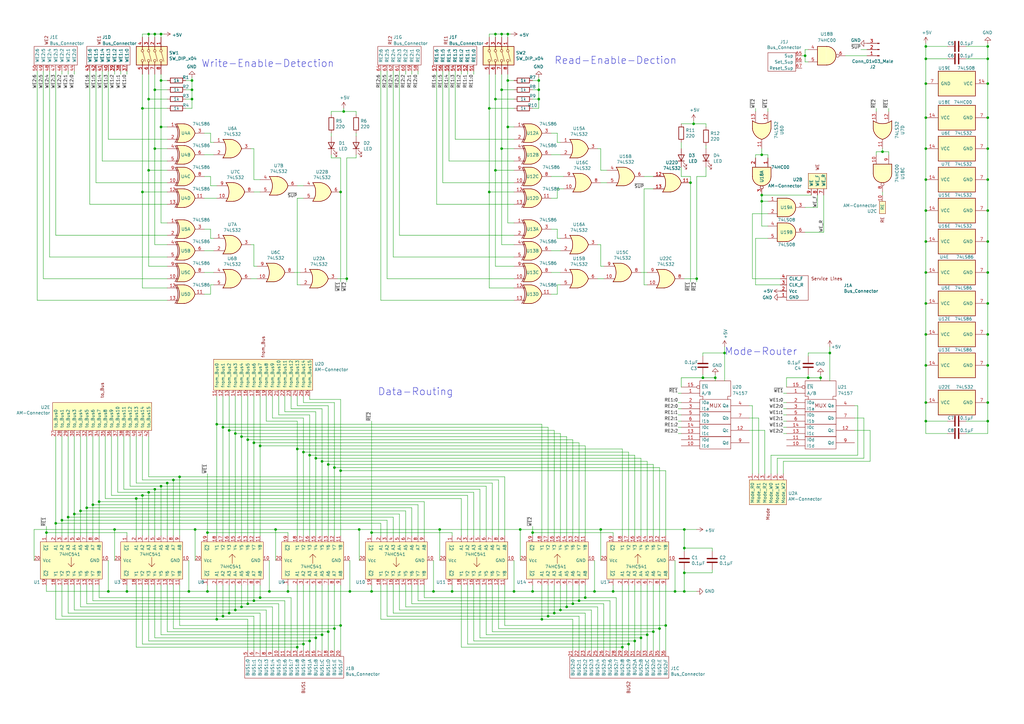
<source format=kicad_sch>
(kicad_sch (version 20211123) (generator eeschema)
  (paper "A3")
  (title_block (title "Activation Module") (date "2022-01-09") (rev "v0.5") (comment 2 "https://github.com/jufo-ufo/Breadboard-Computer/blob/master/LICENSE") (comment 3 "Licens: Apache License 2.0") (comment 4 "Author: Alexander Wersching"))
  (junction (at 312.42 63.5))
  (junction (at 55.88 204.47))
  (junction (at 227.33 251.46))
  (junction (at 379.73 48.26))
  (junction (at 19.05 218.44))
  (junction (at 405.13 172.72))
  (junction (at 265.43 260.35))
  (junction (at 60.96 69.85))
  (junction (at 38.1 207.01))
  (junction (at 132.08 189.23))
  (junction (at 285.75 114.3))
  (junction (at 142.24 114.3))
  (junction (at 379.73 172.72))
  (junction (at 180.34 217.17))
  (junction (at 33.02 209.55))
  (junction (at 22.86 214.63))
  (junction (at 218.44 242.57))
  (junction (at 80.01 217.17))
  (junction (at 106.68 245.11))
  (junction (at 340.36 144.78))
  (junction (at 60.96 40.64))
  (junction (at 66.04 13.97))
  (junction (at 379.73 124.46))
  (junction (at 405.13 111.76))
  (junction (at 127 262.89))
  (junction (at 60.96 201.93))
  (junction (at 40.64 205.74))
  (junction (at 379.73 60.96))
  (junction (at 99.06 248.92))
  (junction (at 405.13 34.29))
  (junction (at 205.74 36.83))
  (junction (at 379.73 24.13))
  (junction (at 203.2 40.64))
  (junction (at 283.21 74.93))
  (junction (at 267.97 259.08))
  (junction (at 63.5 200.66))
  (junction (at 121.92 184.15))
  (junction (at 405.13 24.13))
  (junction (at 118.11 242.57))
  (junction (at 246.38 217.17))
  (junction (at 35.56 208.28))
  (junction (at 229.87 250.19))
  (junction (at 46.99 217.17))
  (junction (at 312.42 82.55))
  (junction (at 208.28 33.02))
  (junction (at 200.66 78.74))
  (junction (at 177.8 242.57))
  (junction (at 60.96 13.97))
  (junction (at 85.09 218.44))
  (junction (at 276.86 242.57))
  (junction (at 336.55 154.94))
  (junction (at 134.62 259.08))
  (junction (at 27.94 212.09))
  (junction (at 255.27 265.43))
  (junction (at 379.73 165.1))
  (junction (at 361.95 62.23))
  (junction (at 379.73 111.76))
  (junction (at 203.2 69.85))
  (junction (at 224.79 252.73))
  (junction (at 101.6 180.34))
  (junction (at 113.03 217.17))
  (junction (at 139.7 193.04))
  (junction (at 140.97 45.72))
  (junction (at 99.06 179.07))
  (junction (at 66.04 199.39))
  (junction (at 270.51 257.81))
  (junction (at 152.4 242.57))
  (junction (at 134.62 190.5))
  (junction (at 251.46 242.57))
  (junction (at 379.73 149.86))
  (junction (at 220.98 36.83))
  (junction (at 379.73 34.29))
  (junction (at 243.84 242.57))
  (junction (at 30.48 210.82))
  (junction (at 280.67 217.17))
  (junction (at 200.66 44.45))
  (junction (at 208.28 52.07))
  (junction (at 139.7 78.74))
  (junction (at 203.2 13.97))
  (junction (at 93.98 176.53))
  (junction (at 66.04 52.07))
  (junction (at 379.73 137.16))
  (junction (at 405.13 149.86))
  (junction (at 280.67 224.79))
  (junction (at 405.13 73.66))
  (junction (at 222.25 254))
  (junction (at 96.52 177.8))
  (junction (at 44.45 242.57))
  (junction (at 405.13 124.46))
  (junction (at 260.35 262.89))
  (junction (at 218.44 218.44))
  (junction (at 121.92 265.43))
  (junction (at 124.46 185.42))
  (junction (at 73.66 195.58))
  (junction (at 330.2 22.86))
  (junction (at 379.73 86.36))
  (junction (at 63.5 60.96))
  (junction (at 405.13 86.36))
  (junction (at 237.49 246.38))
  (junction (at 234.95 247.65))
  (junction (at 312.42 80.01))
  (junction (at 77.47 242.57))
  (junction (at 405.13 99.06))
  (junction (at 405.13 165.1))
  (junction (at 71.12 196.85))
  (junction (at 220.98 40.64))
  (junction (at 129.54 187.96))
  (junction (at 91.44 175.26))
  (junction (at 137.16 191.77))
  (junction (at 132.08 260.35))
  (junction (at 58.42 44.45))
  (junction (at 405.13 19.05))
  (junction (at 220.98 33.02))
  (junction (at 68.58 198.12))
  (junction (at 405.13 137.16))
  (junction (at 379.73 99.06))
  (junction (at 96.52 250.19))
  (junction (at 106.68 182.88))
  (junction (at 262.89 261.62))
  (junction (at 63.5 13.97))
  (junction (at 66.04 33.02))
  (junction (at 257.81 264.16))
  (junction (at 52.07 242.57))
  (junction (at 379.73 19.05))
  (junction (at 284.48 50.8))
  (junction (at 147.32 217.17))
  (junction (at 405.13 48.26))
  (junction (at 93.98 251.46))
  (junction (at 240.03 245.11))
  (junction (at 110.49 242.57))
  (junction (at 25.4 213.36))
  (junction (at 104.14 246.38))
  (junction (at 331.47 154.94))
  (junction (at 88.9 254))
  (junction (at 297.18 144.78))
  (junction (at 208.28 13.97))
  (junction (at 213.36 217.17))
  (junction (at 127 186.69))
  (junction (at 185.42 242.57))
  (junction (at 88.9 173.99))
  (junction (at 78.74 40.64))
  (junction (at 91.44 252.73))
  (junction (at 124.46 264.16))
  (junction (at 58.42 203.2))
  (junction (at 129.54 261.62))
  (junction (at 280.67 234.95))
  (junction (at 78.74 36.83))
  (junction (at 78.74 33.02))
  (junction (at 379.73 73.66))
  (junction (at 405.13 60.96))
  (junction (at 85.09 242.57))
  (junction (at 205.74 13.97))
  (junction (at 232.41 248.92))
  (junction (at 63.5 36.83))
  (junction (at 58.42 78.74))
  (junction (at 273.05 256.54))
  (junction (at 101.6 247.65))
  (junction (at 210.82 242.57))
  (junction (at 137.16 257.81))
  (junction (at 288.29 154.94))
  (junction (at 139.7 256.54))
  (junction (at 280.67 242.57))
  (junction (at 104.14 181.61))
  (junction (at 143.51 242.57))
  (junction (at 293.37 154.94))
  (junction (at 152.4 218.44))
  (junction (at 205.74 60.96))
  (wire (pts (xy 205.74 15.24) (xy 205.74 13.97)))
  (wire (pts (xy 229.87 58.42) (xy 228.6 58.42)))
  (wire (pts (xy 328.93 22.86) (xy 330.2 22.86)))
  (wire (pts (xy 405.13 172.72) (xy 396.24 172.72)))
  (wire (pts (xy 58.42 44.45) (xy 58.42 78.74)))
  (wire (pts (xy 99.06 162.56) (xy 99.06 179.07)))
  (wire (pts (xy 379.73 99.06) (xy 379.73 111.76)))
  (wire (pts (xy 218.44 242.57) (xy 218.44 240.03)))
  (wire (pts (xy 68.58 198.12) (xy 55.88 198.12)))
  (wire (pts (xy 88.9 81.28) (xy 83.82 81.28)))
  (wire (pts (xy 322.58 165.1) (xy 321.31 165.1)))
  (wire (pts (xy 35.56 219.71) (xy 35.56 208.28)))
  (wire (pts (xy 134.62 259.08) (xy 134.62 266.7)))
  (wire (pts (xy 237.49 246.38) (xy 250.19 246.38)))
  (wire (pts (xy 405.13 137.16) (xy 405.13 149.86)))
  (wire (pts (xy 205.74 36.83) (xy 205.74 30.48)))
  (wire (pts (xy 314.96 63.5) (xy 314.96 64.77)))
  (wire (pts (xy 171.45 207.01) (xy 171.45 219.71)))
  (wire (pts (xy 161.29 105.41) (xy 210.82 105.41)))
  (wire (pts (xy 88.9 173.99) (xy 222.25 173.99)))
  (wire (pts (xy 22.86 254) (xy 22.86 240.03)))
  (wire (pts (xy 340.36 144.78) (xy 340.36 142.24)))
  (wire (pts (xy 49.53 29.21) (xy 49.53 30.48)))
  (wire (pts (xy 48.26 179.07) (xy 48.26 201.93)))
  (wire (pts (xy 237.49 181.61) (xy 237.49 219.71)))
  (wire (pts (xy 33.02 209.55) (xy 166.37 209.55)))
  (wire (pts (xy 50.8 200.66) (xy 50.8 179.07)))
  (wire (pts (xy 73.66 195.58) (xy 60.96 195.58)))
  (wire (pts (xy 55.88 240.03) (xy 55.88 265.43)))
  (wire (pts (xy 364.49 62.23) (xy 364.49 63.5)))
  (wire (pts (xy 22.86 214.63) (xy 156.21 214.63)))
  (wire (pts (xy 85.09 218.44) (xy 85.09 219.71)))
  (wire (pts (xy 336.55 153.67) (xy 336.55 154.94)))
  (wire (pts (xy 106.68 78.74) (xy 104.14 78.74)))
  (wire (pts (xy 232.41 179.07) (xy 232.41 219.71)))
  (wire (pts (xy 66.04 30.48) (xy 66.04 33.02)))
  (wire (pts (xy 46.99 229.87) (xy 46.99 217.17)))
  (wire (pts (xy 27.94 212.09) (xy 27.94 219.71)))
  (wire (pts (xy 405.13 149.86) (xy 405.13 165.1)))
  (wire (pts (xy 224.79 252.73) (xy 158.75 252.73)))
  (wire (pts (xy 124.46 162.56) (xy 124.46 165.1)))
  (wire (pts (xy 52.07 242.57) (xy 77.47 242.57)))
  (wire (pts (xy 200.66 78.74) (xy 200.66 118.11)))
  (wire (pts (xy 245.11 248.92) (xy 245.11 266.7)))
  (wire (pts (xy 106.68 162.56) (xy 106.68 182.88)))
  (wire (pts (xy 208.28 13.97) (xy 208.28 15.24)))
  (wire (pts (xy 285.75 72.39) (xy 285.75 114.3)))
  (wire (pts (xy 45.72 203.2) (xy 45.72 179.07)))
  (wire (pts (xy 60.96 195.58) (xy 60.96 179.07)))
  (wire (pts (xy 156.21 254) (xy 156.21 240.03)))
  (wire (pts (xy 321.31 170.18) (xy 322.58 170.18)))
  (wire (pts (xy 53.34 199.39) (xy 66.04 199.39)))
  (wire (pts (xy 181.61 29.21) (xy 181.61 74.93)))
  (wire (pts (xy 124.46 264.16) (xy 58.42 264.16)))
  (wire (pts (xy 270.51 240.03) (xy 270.51 257.81)))
  (wire (pts (xy 179.07 83.82) (xy 179.07 29.21)))
  (wire (pts (xy 119.38 162.56) (xy 119.38 167.64)))
  (wire (pts (xy 355.6 22.86) (xy 346.71 22.86)))
  (wire (pts (xy 166.37 209.55) (xy 166.37 219.71)))
  (wire (pts (xy 91.44 175.26) (xy 91.44 219.71)))
  (wire (pts (xy 44.45 242.57) (xy 44.45 229.87)))
  (wire (pts (xy 234.95 254) (xy 222.25 254)))
  (wire (pts (xy 87.63 102.87) (xy 83.82 102.87)))
  (wire (pts (xy 199.39 260.35) (xy 199.39 240.03)))
  (wire (pts (xy 55.88 265.43) (xy 121.92 265.43)))
  (wire (pts (xy 63.5 200.66) (xy 63.5 219.71)))
  (wire (pts (xy 55.88 198.12) (xy 55.88 179.07)))
  (wire (pts (xy 208.28 52.07) (xy 208.28 33.02)))
  (wire (pts (xy 63.5 100.33) (xy 68.58 100.33)))
  (wire (pts (xy 143.51 242.57) (xy 118.11 242.57)))
  (wire (pts (xy 66.04 52.07) (xy 68.58 52.07)))
  (wire (pts (xy 166.37 29.21) (xy 166.37 30.48)))
  (wire (pts (xy 330.2 25.4) (xy 330.2 22.86)))
  (wire (pts (xy 93.98 219.71) (xy 93.98 176.53)))
  (wire (pts (xy 139.7 163.83) (xy 139.7 193.04)))
  (wire (pts (xy 203.2 69.85) (xy 203.2 109.22)))
  (wire (pts (xy 388.62 19.05) (xy 379.73 19.05)))
  (wire (pts (xy 232.41 248.92) (xy 166.37 248.92)))
  (wire (pts (xy 85.09 242.57) (xy 110.49 242.57)))
  (wire (pts (xy 234.95 247.65) (xy 168.91 247.65)))
  (wire (pts (xy 17.78 29.21) (xy 17.78 114.3)))
  (wire (pts (xy 279.4 72.39) (xy 279.4 68.58)))
  (wire (pts (xy 210.82 242.57) (xy 218.44 242.57)))
  (wire (pts (xy 318.77 187.96) (xy 354.33 187.96)))
  (wire (pts (xy 44.45 29.21) (xy 44.45 57.15)))
  (wire (pts (xy 273.05 240.03) (xy 273.05 256.54)))
  (wire (pts (xy 127 186.69) (xy 260.35 186.69)))
  (wire (pts (xy 101.6 240.03) (xy 101.6 247.65)))
  (wire (pts (xy 121.92 162.56) (xy 121.92 166.37)))
  (wire (pts (xy 180.34 217.17) (xy 213.36 217.17)))
  (wire (pts (xy 322.58 177.8) (xy 321.31 177.8)))
  (wire (pts (xy 116.84 162.56) (xy 116.84 168.91)))
  (wire (pts (xy 309.88 44.45) (xy 309.88 45.72)))
  (wire (pts (xy 229.87 63.5) (xy 226.06 63.5)))
  (wire (pts (xy 135.89 54.61) (xy 135.89 55.88)))
  (wire (pts (xy 30.48 240.03) (xy 30.48 250.19)))
  (wire (pts (xy 25.4 240.03) (xy 25.4 252.73)))
  (wire (pts (xy 63.5 200.66) (xy 50.8 200.66)))
  (wire (pts (xy 243.84 242.57) (xy 251.46 242.57)))
  (wire (pts (xy 96.52 177.8) (xy 96.52 219.71)))
  (wire (pts (xy 78.74 33.02) (xy 78.74 31.75)))
  (wire (pts (xy 200.66 118.11) (xy 210.82 118.11)))
  (wire (pts (xy 218.44 44.45) (xy 220.98 44.45)))
  (wire (pts (xy 330.2 20.32) (xy 331.47 20.32)))
  (wire (pts (xy 143.51 242.57) (xy 152.4 242.57)))
  (wire (pts (xy 351.79 186.69) (xy 316.23 186.69)))
  (wire (pts (xy 119.38 266.7) (xy 119.38 245.11)))
  (wire (pts (xy 278.13 170.18) (xy 279.4 170.18)))
  (wire (pts (xy 88.9 254) (xy 101.6 254)))
  (wire (pts (xy 379.73 172.72) (xy 379.73 177.8)))
  (wire (pts (xy 359.41 44.45) (xy 359.41 45.72)))
  (wire (pts (xy 76.2 33.02) (xy 78.74 33.02)))
  (wire (pts (xy 265.43 260.35) (xy 199.39 260.35)))
  (wire (pts (xy 88.9 219.71) (xy 88.9 173.99)))
  (wire (pts (xy 337.82 80.01) (xy 337.82 95.25)))
  (wire (pts (xy 68.58 123.19) (xy 15.24 123.19)))
  (wire (pts (xy 142.24 114.3) (xy 142.24 115.57)))
  (wire (pts (xy 96.52 162.56) (xy 96.52 177.8)))
  (wire (pts (xy 66.04 240.03) (xy 66.04 260.35)))
  (wire (pts (xy 405.13 99.06) (xy 405.13 86.36)))
  (wire (pts (xy 257.81 185.42) (xy 124.46 185.42)))
  (wire (pts (xy 262.89 219.71) (xy 262.89 187.96)))
  (wire (pts (xy 40.64 205.74) (xy 40.64 219.71)))
  (wire (pts (xy 379.73 24.13) (xy 379.73 34.29)))
  (wire (pts (xy 265.43 116.84) (xy 264.16 116.84)))
  (wire (pts (xy 106.68 245.11) (xy 106.68 240.03)))
  (wire (pts (xy 379.73 124.46) (xy 379.73 137.16)))
  (wire (pts (xy 322.58 161.29) (xy 321.31 161.29)))
  (wire (pts (xy 140.97 45.72) (xy 140.97 44.45)))
  (wire (pts (xy 311.15 171.45) (xy 307.34 171.45)))
  (wire (pts (xy 242.57 250.19) (xy 229.87 250.19)))
  (wire (pts (xy 229.87 250.19) (xy 229.87 240.03)))
  (wire (pts (xy 158.75 29.21) (xy 158.75 114.3)))
  (wire (pts (xy 93.98 162.56) (xy 93.98 176.53)))
  (wire (pts (xy 196.85 200.66) (xy 63.5 200.66)))
  (wire (pts (xy 379.73 73.66) (xy 379.73 86.36)))
  (wire (pts (xy 335.28 80.01) (xy 335.28 85.09)))
  (wire (pts (xy 27.94 212.09) (xy 27.94 179.07)))
  (wire (pts (xy 39.37 29.21) (xy 39.37 74.93)))
  (wire (pts (xy 194.31 29.21) (xy 194.31 30.48)))
  (wire (pts (xy 292.1 224.79) (xy 292.1 226.06)))
  (wire (pts (xy 273.05 193.04) (xy 273.05 219.71)))
  (wire (pts (xy 35.56 179.07) (xy 35.56 208.28)))
  (wire (pts (xy 396.24 177.8) (xy 405.13 177.8)))
  (wire (pts (xy 124.46 171.45) (xy 124.46 185.42)))
  (wire (pts (xy 139.7 240.03) (xy 139.7 256.54)))
  (wire (pts (xy 210.82 229.87) (xy 210.82 242.57)))
  (wire (pts (xy 220.98 40.64) (xy 220.98 36.83)))
  (wire (pts (xy 58.42 118.11) (xy 68.58 118.11)))
  (wire (pts (xy 63.5 261.62) (xy 63.5 240.03)))
  (wire (pts (xy 22.86 29.21) (xy 22.86 96.52)))
  (wire (pts (xy 204.47 196.85) (xy 204.47 219.71)))
  (wire (pts (xy 222.25 254) (xy 222.25 240.03)))
  (wire (pts (xy 359.41 62.23) (xy 361.95 62.23)))
  (wire (pts (xy 121.92 184.15) (xy 121.92 172.72)))
  (wire (pts (xy 68.58 240.03) (xy 68.58 259.08)))
  (wire (pts (xy 106.68 251.46) (xy 106.68 266.7)))
  (wire (pts (xy 146.05 45.72) (xy 146.05 46.99)))
  (wire (pts (xy 308.61 114.3) (xy 308.61 87.63)))
  (wire (pts (xy 280.67 217.17) (xy 285.75 217.17)))
  (wire (pts (xy 60.96 201.93) (xy 194.31 201.93)))
  (wire (pts (xy 137.16 240.03) (xy 137.16 257.81)))
  (wire (pts (xy 58.42 264.16) (xy 58.42 240.03)))
  (wire (pts (xy 284.48 50.8) (xy 289.56 50.8)))
  (wire (pts (xy 264.16 77.47) (xy 267.97 77.47)))
  (wire (pts (xy 331.47 25.4) (xy 330.2 25.4)))
  (wire (pts (xy 22.86 214.63) (xy 22.86 179.07)))
  (wire (pts (xy 240.03 251.46) (xy 240.03 266.7)))
  (wire (pts (xy 213.36 229.87) (xy 213.36 217.17)))
  (wire (pts (xy 66.04 199.39) (xy 199.39 199.39)))
  (wire (pts (xy 68.58 66.04) (xy 41.91 66.04)))
  (wire (pts (xy 224.79 219.71) (xy 224.79 175.26)))
  (wire (pts (xy 129.54 168.91) (xy 129.54 187.96)))
  (wire (pts (xy 102.87 114.3) (xy 105.41 114.3)))
  (wire (pts (xy 257.81 264.16) (xy 257.81 266.7)))
  (wire (pts (xy 118.11 240.03) (xy 118.11 242.57)))
  (wire (pts (xy 331.47 146.05) (xy 331.47 144.78)))
  (wire (pts (xy 201.93 219.71) (xy 201.93 198.12)))
  (wire (pts (xy 83.82 93.98) (xy 86.36 93.98)))
  (wire (pts (xy 205.74 100.33) (xy 210.82 100.33)))
  (wire (pts (xy 25.4 213.36) (xy 158.75 213.36)))
  (wire (pts (xy 140.97 45.72) (xy 146.05 45.72)))
  (wire (pts (xy 359.41 63.5) (xy 359.41 62.23)))
  (wire (pts (xy 129.54 240.03) (xy 129.54 261.62)))
  (wire (pts (xy 279.4 177.8) (xy 278.13 177.8)))
  (wire (pts (xy 124.46 185.42) (xy 124.46 219.71)))
  (wire (pts (xy 243.84 242.57) (xy 243.84 229.87)))
  (wire (pts (xy 312.42 82.55) (xy 312.42 92.71)))
  (wire (pts (xy 99.06 248.92) (xy 111.76 248.92)))
  (wire (pts (xy 252.73 266.7) (xy 252.73 245.11)))
  (wire (pts (xy 280.67 226.06) (xy 280.67 224.79)))
  (wire (pts (xy 134.62 166.37) (xy 134.62 190.5)))
  (wire (pts (xy 203.2 13.97) (xy 205.74 13.97)))
  (wire (pts (xy 99.06 179.07) (xy 232.41 179.07)))
  (wire (pts (xy 173.99 219.71) (xy 173.99 205.74)))
  (wire (pts (xy 260.35 262.89) (xy 194.31 262.89)))
  (wire (pts (xy 200.66 44.45) (xy 200.66 78.74)))
  (wire (pts (xy 191.77 264.16) (xy 257.81 264.16)))
  (wire (pts (xy 52.07 219.71) (xy 52.07 218.44)))
  (wire (pts (xy 257.81 219.71) (xy 257.81 185.42)))
  (wire (pts (xy 33.02 248.92) (xy 33.02 240.03)))
  (wire (pts (xy 177.8 229.87) (xy 177.8 242.57)))
  (wire (pts (xy 336.55 154.94) (xy 336.55 156.21)))
  (wire (pts (xy 255.27 184.15) (xy 255.27 219.71)))
  (wire (pts (xy 152.4 242.57) (xy 152.4 240.03)))
  (wire (pts (xy 87.63 63.5) (xy 83.82 63.5)))
  (wire (pts (xy 228.6 120.65) (xy 228.6 116.84)))
  (wire (pts (xy 78.74 36.83) (xy 78.74 33.02)))
  (wire (pts (xy 331.47 144.78) (xy 340.36 144.78)))
  (wire (pts (xy 73.66 240.03) (xy 73.66 256.54)))
  (wire (pts (xy 77.47 242.57) (xy 77.47 229.87)))
  (wire (pts (xy 255.27 240.03) (xy 255.27 265.43)))
  (wire (pts (xy 280.67 242.57) (xy 285.75 242.57)))
  (wire (pts (xy 240.03 245.11) (xy 173.99 245.11)))
  (wire (pts (xy 86.36 72.39) (xy 86.36 76.2)))
  (wire (pts (xy 38.1 207.01) (xy 171.45 207.01)))
  (wire (pts (xy 228.6 77.47) (xy 231.14 77.47)))
  (wire (pts (xy 203.2 15.24) (xy 203.2 13.97)))
  (wire (pts (xy 210.82 57.15) (xy 186.69 57.15)))
  (wire (pts (xy 237.49 252.73) (xy 224.79 252.73)))
  (wire (pts (xy 278.13 167.64) (xy 279.4 167.64)))
  (wire (pts (xy 27.94 251.46) (xy 93.98 251.46)))
  (wire (pts (xy 405.13 137.16) (xy 405.13 124.46)))
  (wire (pts (xy 309.88 116.84) (xy 320.04 116.84)))
  (wire (pts (xy 257.81 240.03) (xy 257.81 264.16)))
  (wire (pts (xy 227.33 176.53) (xy 227.33 219.71)))
  (wire (pts (xy 127 219.71) (xy 127 186.69)))
  (wire (pts (xy 66.04 52.07) (xy 66.04 91.44)))
  (wire (pts (xy 289.56 72.39) (xy 289.56 68.58)))
  (wire (pts (xy 104.14 100.33) (xy 104.14 109.22)))
  (wire (pts (xy 210.82 40.64) (xy 203.2 40.64)))
  (wire (pts (xy 311.15 171.45) (xy 311.15 194.31)))
  (wire (pts (xy 267.97 219.71) (xy 267.97 190.5)))
  (wire (pts (xy 405.13 124.46) (xy 405.13 111.76)))
  (wire (pts (xy 330.2 85.09) (xy 335.28 85.09)))
  (wire (pts (xy 255.27 265.43) (xy 255.27 266.7)))
  (wire (pts (xy 262.89 187.96) (xy 129.54 187.96)))
  (wire (pts (xy 279.4 161.29) (xy 278.13 161.29)))
  (wire (pts (xy 307.34 176.53) (xy 313.69 176.53)))
  (wire (pts (xy 68.58 36.83) (xy 63.5 36.83)))
  (wire (pts (xy 205.74 60.96) (xy 205.74 100.33)))
  (wire (pts (xy 91.44 162.56) (xy 91.44 175.26)))
  (wire (pts (xy 379.73 34.29) (xy 379.73 48.26)))
  (wire (pts (xy 177.8 242.57) (xy 185.42 242.57)))
  (wire (pts (xy 246.38 109.22) (xy 247.65 109.22)))
  (wire (pts (xy 288.29 146.05) (xy 288.29 144.78)))
  (wire (pts (xy 218.44 242.57) (xy 243.84 242.57)))
  (wire (pts (xy 228.6 54.61) (xy 226.06 54.61)))
  (wire (pts (xy 168.91 247.65) (xy 168.91 240.03)))
  (wire (pts (xy 247.65 266.7) (xy 247.65 247.65)))
  (wire (pts (xy 25.4 213.36) (xy 25.4 179.07)))
  (wire (pts (xy 186.69 57.15) (xy 186.69 29.21)))
  (wire (pts (xy 293.37 154.94) (xy 293.37 156.21)))
  (wire (pts (xy 405.13 48.26) (xy 405.13 60.96)))
  (wire (pts (xy 53.34 179.07) (xy 53.34 199.39)))
  (wire (pts (xy 86.36 58.42) (xy 87.63 58.42)))
  (wire (pts (xy 288.29 153.67) (xy 288.29 154.94)))
  (wire (pts (xy 210.82 114.3) (xy 158.75 114.3)))
  (wire (pts (xy 135.89 45.72) (xy 140.97 45.72)))
  (wire (pts (xy 270.51 191.77) (xy 137.16 191.77)))
  (wire (pts (xy 309.88 63.5) (xy 312.42 63.5)))
  (wire (pts (xy 63.5 36.83) (xy 63.5 60.96)))
  (wire (pts (xy 189.23 204.47) (xy 189.23 219.71)))
  (wire (pts (xy 127 170.18) (xy 114.3 170.18)))
  (wire (pts (xy 104.14 266.7) (xy 104.14 252.73)))
  (wire (pts (xy 265.43 111.76) (xy 262.89 111.76)))
  (wire (pts (xy 15.24 29.21) (xy 15.24 123.19)))
  (wire (pts (xy 260.35 186.69) (xy 260.35 219.71)))
  (wire (pts (xy 232.41 240.03) (xy 232.41 248.92)))
  (wire (pts (xy 226.06 120.65) (xy 228.6 120.65)))
  (wire (pts (xy 283.21 72.39) (xy 279.4 72.39)))
  (wire (pts (xy 379.73 48.26) (xy 379.73 60.96)))
  (wire (pts (xy 307.34 166.37) (xy 308.61 166.37)))
  (wire (pts (xy 191.77 203.2) (xy 58.42 203.2)))
  (wire (pts (xy 388.62 24.13) (xy 379.73 24.13)))
  (wire (pts (xy 46.99 217.17) (xy 80.01 217.17)))
  (wire (pts (xy 60.96 262.89) (xy 127 262.89)))
  (wire (pts (xy 137.16 191.77) (xy 137.16 165.1)))
  (wire (pts (xy 142.24 114.3) (xy 138.43 114.3)))
  (wire (pts (xy 146.05 64.77) (xy 142.24 64.77)))
  (wire (pts (xy 356.87 189.23) (xy 321.31 189.23)))
  (wire (pts (xy 248.92 74.93) (xy 246.38 74.93)))
  (wire (pts (xy 66.04 13.97) (xy 66.04 15.24)))
  (wire (pts (xy 83.82 54.61) (xy 86.36 54.61)))
  (wire (pts (xy 83.82 72.39) (xy 86.36 72.39)))
  (wire (pts (xy 63.5 60.96) (xy 63.5 100.33)))
  (wire (pts (xy 60.96 219.71) (xy 60.96 201.93)))
  (wire (pts (xy 237.49 240.03) (xy 237.49 246.38)))
  (wire (pts (xy 314.96 97.79) (xy 309.88 97.79)))
  (wire (pts (xy 91.44 252.73) (xy 104.14 252.73)))
  (wire (pts (xy 330.2 22.86) (xy 330.2 20.32)))
  (wire (pts (xy 283.21 72.39) (xy 283.21 74.93)))
  (wire (pts (xy 156.21 214.63) (xy 156.21 219.71)))
  (wire (pts (xy 127 163.83) (xy 139.7 163.83)))
  (wire (pts (xy 19.05 240.03) (xy 19.05 242.57)))
  (wire (pts (xy 199.39 199.39) (xy 199.39 219.71)))
  (wire (pts (xy 280.67 224.79) (xy 292.1 224.79)))
  (wire (pts (xy 270.51 257.81) (xy 270.51 266.7)))
  (wire (pts (xy 184.15 66.04) (xy 184.15 29.21)))
  (wire (pts (xy 158.75 219.71) (xy 158.75 213.36)))
  (wire (pts (xy 309.88 64.77) (xy 309.88 63.5)))
  (wire (pts (xy 43.18 179.07) (xy 43.18 204.47)))
  (wire (pts (xy 127 240.03) (xy 127 262.89)))
  (wire (pts (xy 322.58 154.94) (xy 331.47 154.94)))
  (wire (pts (xy 245.11 60.96) (xy 246.38 60.96)))
  (wire (pts (xy 104.14 246.38) (xy 116.84 246.38)))
  (wire (pts (xy 356.87 176.53) (xy 350.52 176.53)))
  (wire (pts (xy 129.54 261.62) (xy 129.54 266.7)))
  (wire (pts (xy 121.92 240.03) (xy 121.92 265.43)))
  (wire (pts (xy 25.4 29.21) (xy 25.4 30.48)))
  (wire (pts (xy 152.4 218.44) (xy 152.4 172.72)))
  (wire (pts (xy 134.62 240.03) (xy 134.62 259.08)))
  (wire (pts (xy 91.44 240.03) (xy 91.44 252.73)))
  (wire (pts (xy 68.58 74.93) (xy 39.37 74.93)))
  (wire (pts (xy 318.77 194.31) (xy 318.77 187.96)))
  (wire (pts (xy 267.97 190.5) (xy 134.62 190.5)))
  (wire (pts (xy 163.83 96.52) (xy 210.82 96.52)))
  (wire (pts (xy 123.19 116.84) (xy 121.92 116.84)))
  (wire (pts (xy 354.33 187.96) (xy 354.33 171.45)))
  (wire (pts (xy 134.62 190.5) (xy 134.62 219.71)))
  (wire (pts (xy 86.36 54.61) (xy 86.36 58.42)))
  (wire (pts (xy 246.38 60.96) (xy 246.38 69.85)))
  (wire (pts (xy 322.58 158.75) (xy 322.58 154.94)))
  (wire (pts (xy 267.97 240.03) (xy 267.97 259.08)))
  (wire (pts (xy 279.4 58.42) (xy 279.4 60.96)))
  (wire (pts (xy 163.83 29.21) (xy 163.83 96.52)))
  (wire (pts (xy 68.58 33.02) (xy 66.04 33.02)))
  (wire (pts (xy 63.5 13.97) (xy 66.04 13.97)))
  (wire (pts (xy 152.4 218.44) (xy 185.42 218.44)))
  (wire (pts (xy 121.92 172.72) (xy 109.22 172.72)))
  (wire (pts (xy 312.42 92.71) (xy 314.96 92.71)))
  (wire (pts (xy 22.86 96.52) (xy 68.58 96.52)))
  (wire (pts (xy 78.74 40.64) (xy 78.74 36.83)))
  (wire (pts (xy 240.03 251.46) (xy 227.33 251.46)))
  (wire (pts (xy 118.11 219.71) (xy 118.11 218.44)))
  (wire (pts (xy 19.05 215.9) (xy 19.05 218.44)))
  (wire (pts (xy 234.95 254) (xy 234.95 266.7)))
  (wire (pts (xy 228.6 81.28) (xy 228.6 77.47)))
  (wire (pts (xy 88.9 162.56) (xy 88.9 173.99)))
  (wire (pts (xy 203.2 69.85) (xy 203.2 40.64)))
  (wire (pts (xy 234.95 219.71) (xy 234.95 180.34)))
  (wire (pts (xy 73.66 256.54) (xy 139.7 256.54)))
  (wire (pts (xy 60.96 109.22) (xy 68.58 109.22)))
  (wire (pts (xy 208.28 33.02) (xy 208.28 30.48)))
  (wire (pts (xy 58.42 78.74) (xy 68.58 78.74)))
  (wire (pts (xy 86.36 120.65) (xy 83.82 120.65)))
  (wire (pts (xy 38.1 219.71) (xy 38.1 207.01)))
  (wire (pts (xy 356.87 176.53) (xy 356.87 189.23)))
  (wire (pts (xy 204.47 257.81) (xy 204.47 240.03)))
  (wire (pts (xy 67.31 13.97) (xy 66.04 13.97)))
  (wire (pts (xy 405.13 177.8) (xy 405.13 172.72)))
  (wire (pts (xy 379.73 19.05) (xy 379.73 24.13)))
  (wire (pts (xy 121.92 219.71) (xy 121.92 184.15)))
  (wire (pts (xy 251.46 242.57) (xy 276.86 242.57)))
  (wire (pts (xy 379.73 86.36) (xy 379.73 99.06)))
  (wire (pts (xy 113.03 217.17) (xy 147.32 217.17)))
  (wire (pts (xy 116.84 246.38) (xy 116.84 266.7)))
  (wire (pts (xy 405.13 17.78) (xy 405.13 19.05)))
  (wire (pts (xy 30.48 210.82) (xy 163.83 210.82)))
  (wire (pts (xy 166.37 248.92) (xy 166.37 240.03)))
  (wire (pts (xy 17.78 114.3) (xy 68.58 114.3)))
  (wire (pts (xy 143.51 229.87) (xy 143.51 242.57)))
  (wire (pts (xy 111.76 248.92) (xy 111.76 266.7)))
  (wire (pts (xy 218.44 218.44) (xy 251.46 218.44)))
  (wire (pts (xy 210.82 36.83) (xy 205.74 36.83)))
  (wire (pts (xy 228.6 97.79) (xy 229.87 97.79)))
  (wire (pts (xy 273.05 256.54) (xy 273.05 266.7)))
  (wire (pts (xy 210.82 60.96) (xy 205.74 60.96)))
  (wire (pts (xy 85.09 240.03) (xy 85.09 242.57)))
  (wire (pts (xy 210.82 66.04) (xy 184.15 66.04)))
  (wire (pts (xy 210.82 69.85) (xy 203.2 69.85)))
  (wire (pts (xy 60.96 69.85) (xy 68.58 69.85)))
  (wire (pts (xy 251.46 218.44) (xy 251.46 219.71)))
  (wire (pts (xy 104.14 219.71) (xy 104.14 181.61)))
  (wire (pts (xy 361.95 78.74) (xy 361.95 80.01)))
  (wire (pts (xy 139.7 78.74) (xy 139.7 115.57)))
  (wire (pts (xy 227.33 251.46) (xy 161.29 251.46)))
  (wire (pts (xy 220.98 33.02) (xy 220.98 31.75)))
  (wire (pts (xy 279.4 154.94) (xy 288.29 154.94)))
  (wire (pts (xy 139.7 256.54) (xy 139.7 266.7)))
  (wire (pts (xy 121.92 184.15) (xy 255.27 184.15)))
  (wire (pts (xy 60.96 69.85) (xy 60.96 109.22)))
  (wire (pts (xy 270.51 257.81) (xy 204.47 257.81)))
  (wire (pts (xy 191.77 219.71) (xy 191.77 203.2)))
  (wire (pts (xy 22.86 214.63) (xy 22.86 219.71)))
  (wire (pts (xy 41.91 29.21) (xy 41.91 66.04)))
  (wire (pts (xy 58.42 78.74) (xy 58.42 118.11)))
  (wire (pts (xy 379.73 149.86) (xy 379.73 165.1)))
  (wire (pts (xy 19.05 242.57) (xy 44.45 242.57)))
  (wire (pts (xy 87.63 111.76) (xy 83.82 111.76)))
  (wire (pts (xy 283.21 74.93) (xy 283.21 115.57)))
  (wire (pts (xy 22.86 254) (xy 88.9 254)))
  (wire (pts (xy 109.22 162.56) (xy 109.22 172.72)))
  (wire (pts (xy 58.42 203.2) (xy 58.42 219.71)))
  (wire (pts (xy 297.18 142.24) (xy 297.18 144.78)))
  (wire (pts (xy 194.31 262.89) (xy 194.31 240.03)))
  (wire (pts (xy 60.96 30.48) (xy 60.96 40.64)))
  (wire (pts (xy 121.92 81.28) (xy 124.46 81.28)))
  (wire (pts (xy 208.28 91.44) (xy 210.82 91.44)))
  (wire (pts (xy 321.31 175.26) (xy 322.58 175.26)))
  (wire (pts (xy 240.03 245.11) (xy 252.73 245.11)))
  (wire (pts (xy 208.28 52.07) (xy 208.28 91.44)))
  (wire (pts (xy 229.87 250.19) (xy 163.83 250.19)))
  (wire (pts (xy 322.58 172.72) (xy 321.31 172.72)))
  (wire (pts (xy 58.42 196.85) (xy 71.12 196.85)))
  (wire (pts (xy 222.25 254) (xy 156.21 254)))
  (wire (pts (xy 158.75 252.73) (xy 158.75 240.03)))
  (wire (pts (xy 68.58 40.64) (xy 60.96 40.64)))
  (wire (pts (xy 226.06 93.98) (xy 228.6 93.98)))
  (wire (pts (xy 314.96 44.45) (xy 314.96 45.72)))
  (wire (pts (xy 361.95 62.23) (xy 364.49 62.23)))
  (wire (pts (xy 132.08 189.23) (xy 132.08 167.64)))
  (wire (pts (xy 55.88 219.71) (xy 55.88 204.47)))
  (wire (pts (xy 114.3 266.7) (xy 114.3 247.65)))
  (wire (pts (xy 247.65 114.3) (xy 245.11 114.3)))
  (wire (pts (xy 267.97 259.08) (xy 267.97 266.7)))
  (wire (pts (xy 229.87 219.71) (xy 229.87 177.8)))
  (wire (pts (xy 36.83 83.82) (xy 68.58 83.82)))
  (wire (pts (xy 308.61 114.3) (xy 320.04 114.3)))
  (wire (pts (xy 231.14 72.39) (xy 226.06 72.39)))
  (wire (pts (xy 180.34 229.87) (xy 180.34 217.17)))
  (wire (pts (xy 280.67 224.79) (xy 280.67 217.17)))
  (wire (pts (xy 121.92 166.37) (xy 134.62 166.37)))
  (wire (pts (xy 396.24 24.13) (xy 405.13 24.13)))
  (wire (pts (xy 71.12 196.85) (xy 204.47 196.85)))
  (wire (pts (xy 132.08 240.03) (xy 132.08 260.35)))
  (wire (pts (xy 139.7 64.77) (xy 135.89 64.77)))
  (wire (pts (xy 210.82 78.74) (xy 200.66 78.74)))
  (wire (pts (xy 27.94 29.21) (xy 27.94 30.48)))
  (wire (pts (xy 101.6 247.65) (xy 114.3 247.65)))
  (wire (pts (xy 276.86 242.57) (xy 276.86 229.87)))
  (wire (pts (xy 200.66 15.24) (xy 200.66 13.97)))
  (wire (pts (xy 240.03 240.03) (xy 240.03 245.11)))
  (wire (pts (xy 405.13 165.1) (xy 405.13 172.72)))
  (wire (pts (xy 73.66 195.58) (xy 73.66 219.71)))
  (wire (pts (xy 297.18 144.78) (xy 297.18 156.21)))
  (wire (pts (xy 33.02 209.55) (xy 33.02 179.07)))
  (wire (pts (xy 265.43 189.23) (xy 265.43 219.71)))
  (wire (pts (xy 86.36 93.98) (xy 86.36 97.79)))
  (wire (pts (xy 351.79 166.37) (xy 350.52 166.37)))
  (wire (pts (xy 201.93 240.03) (xy 201.93 259.08)))
  (wire (pts (xy 196.85 261.62) (xy 262.89 261.62)))
  (wire (pts (xy 129.54 261.62) (xy 63.5 261.62)))
  (wire (pts (xy 312.42 82.55) (xy 314.96 82.55)))
  (wire (pts (xy 379.73 60.96) (xy 379.73 73.66)))
  (wire (pts (xy 60.96 240.03) (xy 60.96 262.89)))
  (wire (pts (xy 312.42 80.01) (xy 312.42 82.55)))
  (wire (pts (xy 127 262.89) (xy 127 266.7)))
  (wire (pts (xy 13.97 217.17) (xy 46.99 217.17)))
  (wire (pts (xy 58.42 30.48) (xy 58.42 44.45)))
  (wire (pts (xy 68.58 259.08) (xy 134.62 259.08)))
  (wire (pts (xy 208.28 13.97) (xy 209.55 13.97)))
  (wire (pts (xy 276.86 242.57) (xy 280.67 242.57)))
  (wire (pts (xy 354.33 171.45) (xy 350.52 171.45)))
  (wire (pts (xy 76.2 36.83) (xy 78.74 36.83)))
  (wire (pts (xy 118.11 242.57) (xy 110.49 242.57)))
  (wire (pts (xy 270.51 219.71) (xy 270.51 191.77)))
  (wire (pts (xy 237.49 266.7) (xy 237.49 252.73)))
  (wire (pts (xy 289.56 50.8) (xy 289.56 52.07)))
  (wire (pts (xy 218.44 33.02) (xy 220.98 33.02)))
  (wire (pts (xy 240.03 182.88) (xy 106.68 182.88)))
  (wire (pts (xy 229.87 111.76) (xy 226.06 111.76)))
  (wire (pts (xy 27.94 212.09) (xy 161.29 212.09)))
  (wire (pts (xy 71.12 219.71) (xy 71.12 196.85)))
  (wire (pts (xy 63.5 13.97) (xy 60.96 13.97)))
  (wire (pts (xy 222.25 173.99) (xy 222.25 219.71)))
  (wire (pts (xy 313.69 176.53) (xy 313.69 194.31)))
  (wire (pts (xy 280.67 114.3) (xy 285.75 114.3)))
  (wire (pts (xy 218.44 36.83) (xy 220.98 36.83)))
  (wire (pts (xy 114.3 162.56) (xy 114.3 170.18)))
  (wire (pts (xy 124.46 264.16) (xy 124.46 266.7)))
  (wire (pts (xy 229.87 102.87) (xy 226.06 102.87)))
  (wire (pts (xy 267.97 72.39) (xy 264.16 72.39)))
  (wire (pts (xy 99.06 219.71) (xy 99.06 179.07)))
  (wire (pts (xy 284.48 50.8) (xy 284.48 49.53)))
  (wire (pts (xy 205.74 60.96) (xy 205.74 36.83)))
  (wire (pts (xy 106.68 245.11) (xy 119.38 245.11)))
  (wire (pts (xy 93.98 251.46) (xy 93.98 240.03)))
  (wire (pts (xy 262.89 240.03) (xy 262.89 261.62)))
  (wire (pts (xy 265.43 240.03) (xy 265.43 260.35)))
  (wire (pts (xy 163.83 219.71) (xy 163.83 210.82)))
  (wire (pts (xy 63.5 60.96) (xy 68.58 60.96)))
  (wire (pts (xy 351.79 166.37) (xy 351.79 186.69)))
  (wire (pts (xy 80.01 217.17) (xy 113.03 217.17)))
  (wire (pts (xy 52.07 240.03) (xy 52.07 242.57)))
  (wire (pts (xy 210.82 33.02) (xy 208.28 33.02)))
  (wire (pts (xy 124.46 240.03) (xy 124.46 264.16)))
  (wire (pts (xy 40.64 179.07) (xy 40.64 205.74)))
  (wire (pts (xy 104.14 60.96) (xy 102.87 60.96)))
  (wire (pts (xy 191.77 30.48) (xy 191.77 29.21)))
  (wire (pts (xy 85.09 194.31) (xy 85.09 218.44)))
  (wire (pts (xy 46.99 29.21) (xy 46.99 30.48)))
  (wire (pts (xy 308.61 166.37) (xy 308.61 194.31)))
  (wire (pts (xy 60.96 13.97) (xy 58.42 13.97)))
  (wire (pts (xy 288.29 154.94) (xy 293.37 154.94)))
  (wire (pts (xy 285.75 72.39) (xy 289.56 72.39)))
  (wire (pts (xy 78.74 44.45) (xy 78.74 40.64)))
  (wire (pts (xy 279.4 165.1) (xy 278.13 165.1)))
  (wire (pts (xy 96.52 240.03) (xy 96.52 250.19)))
  (wire (pts (xy 147.32 217.17) (xy 147.32 229.87)))
  (wire (pts (xy 88.9 240.03) (xy 88.9 254)))
  (wire (pts (xy 33.02 209.55) (xy 33.02 219.71)))
  (wire (pts (xy 224.79 252.73) (xy 224.79 240.03)))
  (wire (pts (xy 43.18 204.47) (xy 55.88 204.47)))
  (wire (pts (xy 250.19 246.38) (xy 250.19 266.7)))
  (wire (pts (xy 86.36 116.84) (xy 86.36 120.65)))
  (wire (pts (xy 210.82 52.07) (xy 208.28 52.07)))
  (wire (pts (xy 207.01 240.03) (xy 207.01 256.54)))
  (wire (pts (xy 316.23 186.69) (xy 316.23 194.31)))
  (wire (pts (xy 379.73 172.72) (xy 379.73 165.1)))
  (wire (pts (xy 38.1 246.38) (xy 38.1 240.03)))
  (wire (pts (xy 104.14 181.61) (xy 237.49 181.61)))
  (wire (pts (xy 106.68 73.66) (xy 104.14 73.66)))
  (wire (pts (xy 200.66 13.97) (xy 203.2 13.97)))
  (wire (pts (xy 101.6 180.34) (xy 101.6 219.71)))
  (wire (pts (xy 331.47 153.67) (xy 331.47 154.94)))
  (wire (pts (xy 189.23 240.03) (xy 189.23 265.43)))
  (wire (pts (xy 63.5 15.24) (xy 63.5 13.97)))
  (wire (pts (xy 161.29 212.09) (xy 161.29 219.71)))
  (wire (pts (xy 246.38 100.33) (xy 245.11 100.33)))
  (wire (pts (xy 30.48 29.21) (xy 30.48 30.48)))
  (wire (pts (xy 227.33 251.46) (xy 227.33 240.03)))
  (wire (pts (xy 379.73 17.78) (xy 379.73 19.05)))
  (wire (pts (xy 152.4 219.71) (xy 152.4 218.44)))
  (wire (pts (xy 38.1 207.01) (xy 38.1 179.07)))
  (wire (pts (xy 25.4 252.73) (xy 91.44 252.73)))
  (wire (pts (xy 163.83 250.19) (xy 163.83 240.03)))
  (wire (pts (xy 240.03 219.71) (xy 240.03 182.88)))
  (wire (pts (xy 280.67 234.95) (xy 280.67 242.57)))
  (wire (pts (xy 279.4 158.75) (xy 279.4 154.94)))
  (wire (pts (xy 379.73 111.76) (xy 379.73 124.46)))
  (wire (pts (xy 35.56 240.03) (xy 35.56 247.65)))
  (wire (pts (xy 111.76 162.56) (xy 111.76 171.45)))
  (wire (pts (xy 132.08 167.64) (xy 119.38 167.64)))
  (wire (pts (xy 224.79 175.26) (xy 91.44 175.26)))
  (wire (pts (xy 36.83 29.21) (xy 36.83 83.82)))
  (wire (pts (xy 379.73 137.16) (xy 379.73 149.86)))
  (wire (pts (xy 228.6 58.42) (xy 228.6 54.61)))
  (wire (pts (xy 364.49 44.45) (xy 364.49 45.72)))
  (wire (pts (xy 321.31 189.23) (xy 321.31 194.31)))
  (wire (pts (xy 76.2 40.64) (xy 78.74 40.64)))
  (wire (pts (xy 19.05 218.44) (xy 19.05 219.71)))
  (wire (pts (xy 86.36 76.2) (xy 88.9 76.2)))
  (wire (pts (xy 104.14 162.56) (xy 104.14 181.61)))
  (wire (pts (xy 279.4 50.8) (xy 284.48 50.8)))
  (wire (pts (xy 58.42 179.07) (xy 58.42 196.85)))
  (wire (pts (xy 137.16 257.81) (xy 71.12 257.81)))
  (wire (pts (xy 87.63 116.84) (xy 86.36 116.84)))
  (wire (pts (xy 255.27 265.43) (xy 189.23 265.43)))
  (wire (pts (xy 80.01 229.87) (xy 80.01 217.17)))
  (wire (pts (xy 330.2 95.25) (xy 337.82 95.25)))
  (wire (pts (xy 44.45 57.15) (xy 68.58 57.15)))
  (wire (pts (xy 102.87 100.33) (xy 104.14 100.33)))
  (wire (pts (xy 189.23 29.21) (xy 189.23 30.48)))
  (wire (pts (xy 196.85 219.71) (xy 196.85 200.66)))
  (wire (pts (xy 123.19 111.76) (xy 120.65 111.76)))
  (wire (pts (xy 228.6 93.98) (xy 228.6 97.79)))
  (wire (pts (xy 210.82 242.57) (xy 185.42 242.57)))
  (wire (pts (xy 312.42 80.01) (xy 332.74 80.01)))
  (wire (pts (xy 104.14 240.03) (xy 104.14 246.38)))
  (wire (pts (xy 104.14 109.22) (xy 105.41 109.22)))
  (wire (pts (xy 66.04 219.71) (xy 66.04 199.39)))
  (wire (pts (xy 242.57 266.7) (xy 242.57 250.19)))
  (wire (pts (xy 331.47 154.94) (xy 336.55 154.94)))
  (wire (pts (xy 20.32 29.21) (xy 20.32 105.41)))
  (wire (pts (xy 77.47 242.57) (xy 85.09 242.57)))
  (wire (pts (xy 110.49 242.57) (xy 110.49 229.87)))
  (wire (pts (xy 185.42 242.57) (xy 185.42 240.03)))
  (wire (pts (xy 191.77 240.03) (xy 191.77 264.16)))
  (wire (pts (xy 40.64 240.03) (xy 40.64 245.11)))
  (wire (pts (xy 292.1 234.95) (xy 280.67 234.95)))
  (wire (pts (xy 66.04 33.02) (xy 66.04 52.07)))
  (wire (pts (xy 137.16 257.81) (xy 137.16 266.7)))
  (wire (pts (xy 194.31 201.93) (xy 194.31 219.71)))
  (wire (pts (xy 96.52 250.19) (xy 109.22 250.19)))
  (wire (pts (xy 388.62 172.72) (xy 379.73 172.72)))
  (wire (pts (xy 68.58 44.45) (xy 58.42 44.45)))
  (wire (pts (xy 405.13 34.29) (xy 405.13 48.26)))
  (wire (pts (xy 30.48 219.71) (xy 30.48 210.82)))
  (wire (pts (xy 116.84 168.91) (xy 129.54 168.91)))
  (wire (pts (xy 405.13 73.66) (xy 405.13 60.96)))
  (wire (pts (xy 137.16 191.77) (xy 137.16 219.71)))
  (wire (pts (xy 309.88 97.79) (xy 309.88 116.84)))
  (wire (pts (xy 104.14 73.66) (xy 104.14 60.96)))
  (wire (pts (xy 292.1 233.68) (xy 292.1 234.95)))
  (wire (pts (xy 265.43 260.35) (xy 265.43 266.7)))
  (wire (pts (xy 13.97 229.87) (xy 13.97 217.17)))
  (wire (pts (xy 146.05 64.77) (xy 146.05 63.5)))
  (wire (pts (xy 205.74 13.97) (xy 208.28 13.97)))
  (wire (pts (xy 196.85 240.03) (xy 196.85 261.62)))
  (wire (pts (xy 48.26 201.93) (xy 60.96 201.93)))
  (wire (pts (xy 405.13 24.13) (xy 405.13 34.29)))
  (wire (pts (xy 260.35 262.89) (xy 260.35 266.7)))
  (wire (pts (xy 113.03 229.87) (xy 113.03 217.17)))
  (wire (pts (xy 232.41 248.92) (xy 245.11 248.92)))
  (wire (pts (xy 161.29 29.21) (xy 161.29 105.41)))
  (wire (pts (xy 203.2 40.64) (xy 203.2 30.48)))
  (wire (pts (xy 68.58 105.41) (xy 20.32 105.41)))
  (wire (pts (xy 340.36 156.21) (xy 340.36 144.78)))
  (wire (pts (xy 200.66 30.48) (xy 200.66 44.45)))
  (wire (pts (xy 405.13 86.36) (xy 405.13 73.66)))
  (wire (pts (xy 93.98 176.53) (xy 227.33 176.53)))
  (wire (pts (xy 52.07 242.57) (xy 44.45 242.57)))
  (wire (pts (xy 278.13 175.26) (xy 279.4 175.26)))
  (wire (pts (xy 156.21 123.19) (xy 210.82 123.19)))
  (wire (pts (xy 132.08 219.71) (xy 132.08 189.23)))
  (wire (pts (xy 218.44 219.71) (xy 218.44 218.44)))
  (wire (pts (xy 101.6 254) (xy 101.6 266.7)))
  (wire (pts (xy 185.42 218.44) (xy 185.42 219.71)))
  (wire (pts (xy 129.54 187.96) (xy 129.54 219.71)))
  (wire (pts (xy 93.98 251.46) (xy 106.68 251.46)))
  (wire (pts (xy 379.73 177.8) (xy 388.62 177.8)))
  (wire (pts (xy 118.11 218.44) (xy 85.09 218.44)))
  (wire (pts (xy 30.48 250.19) (xy 96.52 250.19)))
  (wire (pts (xy 33.02 248.92) (xy 99.06 248.92)))
  (wire (pts (xy 60.96 40.64) (xy 60.96 69.85)))
  (wire (pts (xy 181.61 74.93) (xy 210.82 74.93)))
  (wire (pts (xy 280.67 233.68) (xy 280.67 234.95)))
  (wire (pts (xy 210.82 83.82) (xy 179.07 83.82)))
  (wire (pts (xy 201.93 198.12) (xy 68.58 198.12)))
  (wire (pts (xy 121.92 265.43) (xy 121.92 266.7)))
  (wire (pts (xy 139.7 193.04) (xy 273.05 193.04)))
  (wire (pts (xy 405.13 111.76) (xy 405.13 99.06)))
  (wire (pts (xy 99.06 240.03) (xy 99.06 248.92)))
  (wire (pts (xy 405.13 19.05) (xy 405.13 24.13)))
  (wire (pts (xy 173.99 205.74) (xy 40.64 205.74)))
  (wire (pts (xy 60.96 13.97) (xy 60.96 15.24)))
  (wire (pts (xy 139.7 64.77) (xy 139.7 78.74)))
  (wire (pts (xy 234.95 247.65) (xy 234.95 240.03)))
  (wire (pts (xy 63.5 30.48) (xy 63.5 36.83)))
  (wire (pts (xy 156.21 29.21) (xy 156.21 123.19)))
  (wire (pts (xy 264.16 116.84) (xy 264.16 77.47)))
  (wire (pts (xy 247.65 247.65) (xy 234.95 247.65)))
  (wire (pts (xy 121.92 76.2) (xy 124.46 76.2)))
  (wire (pts (xy 289.56 59.69) (xy 289.56 60.96)))
  (wire (pts (xy 25.4 219.71) (xy 25.4 213.36)))
  (wire (pts (xy 396.24 19.05) (xy 405.13 19.05)))
  (wire (pts (xy 171.45 246.38) (xy 171.45 240.03)))
  (wire (pts (xy 137.16 165.1) (xy 124.46 165.1)))
  (wire (pts (xy 168.91 208.28) (xy 168.91 219.71)))
  (wire (pts (xy 229.87 177.8) (xy 96.52 177.8)))
  (wire (pts (xy 52.07 218.44) (xy 19.05 218.44)))
  (wire (pts (xy 40.64 245.11) (xy 106.68 245.11)))
  (wire (pts (xy 262.89 261.62) (xy 262.89 266.7)))
  (wire (pts (xy 35.56 208.28) (xy 168.91 208.28)))
  (wire (pts (xy 168.91 30.48) (xy 168.91 29.21)))
  (wire (pts (xy 132.08 260.35) (xy 132.08 266.7)))
  (wire (pts (xy 58.42 203.2) (xy 45.72 203.2)))
  (wire (pts (xy 52.07 29.21) (xy 52.07 30.48)))
  (wire (pts (xy 220.98 36.83) (xy 220.98 33.02)))
  (wire (pts (xy 66.04 260.35) (xy 132.08 260.35)))
  (wire (pts (xy 312.42 63.5) (xy 314.96 63.5)))
  (wire (pts (xy 135.89 46.99) (xy 135.89 45.72)))
  (wire (pts (xy 86.36 97.79) (xy 87.63 97.79)))
  (wire (pts (xy 142.24 64.77) (xy 142.24 114.3)))
  (wire (pts (xy 322.58 167.64) (xy 321.31 167.64)))
  (wire (pts (xy 101.6 162.56) (xy 101.6 180.34)))
  (wire (pts (xy 246.38 217.17) (xy 280.67 217.17)))
  (wire (pts (xy 234.95 180.34) (xy 101.6 180.34)))
  (wire (pts (xy 246.38 229.87) (xy 246.38 217.17)))
  (wire (pts (xy 207.01 195.58) (xy 207.01 219.71)))
  (wire (pts (xy 35.56 247.65) (xy 101.6 247.65)))
  (wire (pts (xy 121.92 116.84) (xy 121.92 81.28)))
  (wire (pts (xy 279.4 172.72) (xy 278.13 172.72)))
  (wire (pts (xy 228.6 116.84) (xy 229.87 116.84)))
  (wire (pts (xy 312.42 63.5) (xy 312.42 60.96)))
  (wire (pts (xy 111.76 171.45) (xy 124.46 171.45)))
  (wire (pts (xy 207.01 195.58) (xy 73.66 195.58)))
  (wire (pts (xy 30.48 179.07) (xy 30.48 210.82)))
  (wire (pts (xy 27.94 251.46) (xy 27.94 240.03)))
  (wire (pts (xy 71.12 257.81) (xy 71.12 240.03)))
  (wire (pts (xy 171.45 29.21) (xy 171.45 30.48)))
  (wire (pts (xy 58.42 13.97) (xy 58.42 15.24)))
  (wire (pts (xy 132.08 189.23) (xy 265.43 189.23)))
  (wire (pts (xy 139.7 219.71) (xy 139.7 193.04)))
  (wire (pts (xy 161.29 251.46) (xy 161.29 240.03)))
  (wire (pts (xy 218.44 40.64) (xy 220.98 40.64)))
  (wire (pts (xy 246.38 69.85) (xy 248.92 69.85)))
  (wire (pts (xy 308.61 87.63) (xy 314.96 87.63)))
  (wire (pts (xy 109.22 266.7) (xy 109.22 250.19)))
  (wire (pts (xy 293.37 154.94) (xy 293.37 153.67)))
  (wire (pts (xy 213.36 217.17) (xy 246.38 217.17)))
  (wire (pts (xy 237.49 246.38) (xy 171.45 246.38)))
  (wire (pts (xy 173.99 245.11) (xy 173.99 240.03)))
  (wire (pts (xy 66.04 91.44) (xy 68.58 91.44)))
  (wire (pts (xy 246.38 100.33) (xy 246.38 109.22)))
  (wire (pts (xy 201.93 259.08) (xy 267.97 259.08)))
  (wire (pts (xy 361.95 62.23) (xy 361.95 60.96)))
  (wire (pts (xy 226.06 81.28) (xy 228.6 81.28)))
  (wire (pts (xy 146.05 55.88) (xy 146.05 54.61)))
  (wire (pts (xy 76.2 44.45) (xy 78.74 44.45)))
  (wire (pts (xy 260.35 240.03) (xy 260.35 262.89)))
  (wire (pts (xy 251.46 242.57) (xy 251.46 240.03)))
  (wire (pts (xy 353.06 20.32) (xy 355.6 20.32)))
  (wire (pts (xy 127 186.69) (xy 127 170.18)))
  (wire (pts (xy 207.01 256.54) (xy 273.05 256.54)))
  (wire (pts (xy 135.89 64.77) (xy 135.89 63.5)))
  (wire (pts (xy 55.88 204.47) (xy 189.23 204.47)))
  (wire (pts (xy 218.44 215.9) (xy 218.44 218.44)))
  (wire (pts (xy 210.82 44.45) (xy 200.66 44.45)))
  (wire (pts (xy 203.2 109.22) (xy 210.82 109.22)))
  (wire (pts (xy 68.58 198.12) (xy 68.58 219.71)))
  (wire (pts (xy 285.75 114.3) (xy 285.75 115.57)))
  (wire (pts (xy 180.34 217.17) (xy 147.32 217.17)))
  (wire (pts (xy 127 162.56) (xy 127 163.83)))
  (wire (pts (xy 106.68 182.88) (xy 106.68 219.71)))
  (wire (pts (xy 152.4 242.57) (xy 177.8 242.57)))
  (wire (pts (xy 288.29 144.78) (xy 297.18 144.78)))
  (wire (pts (xy 220.98 44.45) (xy 220.98 40.64)))
  (wire (pts (xy 38.1 246.38) (xy 104.14 246.38)))
  (text "Mode-Router" (at 297.18 146.05 0) (effects (font (size 2.9972 2.9972)) (justify left bottom)))
  (text "Data-Routing" (at 154.94 162.56 0) (effects (font (size 2.9972 2.9972)) (justify left bottom)))
  (text "Write-Enable-Detection" (at 82.55 27.94 0) (effects (font (size 2.9972 2.9972)) (justify left bottom)))
  (text "Read-Enable-Dection" (at 227.33 26.67 0) (effects (font (size 2.9972 2.9972)) (justify left bottom)))
  (label "WE2:0" (at 321.31 167.64 180))
  (label "RE1:1" (at 278.13 170.18 180))
  (label "~{WE1}" (at 85.09 194.31 90))
  (label "RE1:4" (at 184.15 30.48 270))
  (label "RE1:5" (at 181.61 30.48 270))
  (label "~{SUP}" (at 264.16 77.47 180))
  (label "~{SUP}" (at 353.06 20.32 180))
  (label "~{WE2}" (at 309.88 44.45 90))
  (label "WE2:0" (at 30.48 30.48 270))
  (label "WE1:3" (at 44.45 30.48 270))
  (label "WE2:3" (at 22.86 30.48 270))
  (label "WE1:2" (at 46.99 30.48 270))
  (label "WE1:1" (at 49.53 30.48 270))
  (label "RE2:4" (at 161.29 30.48 270))
  (label "RE2:2" (at 278.13 177.8 180))
  (label "RE1:2" (at 278.13 175.26 180))
  (label "~{WE2}" (at 218.44 215.9 90))
  (label "RE1:2" (at 189.23 30.48 270))
  (label "WE2:5" (at 17.78 30.48 270))
  (label "WE_F" (at 335.28 85.09 90))
  (label "~{RE2}" (at 359.41 44.45 90))
  (label "RE2:1" (at 278.13 172.72 180))
  (label "~{WE2}" (at 142.24 115.57 270))
  (label "WE2:4" (at 20.32 30.48 270))
  (label "RE2:0" (at 278.13 167.64 180))
  (label "WE2:2" (at 321.31 177.8 180))
  (label "WE1:5" (at 39.37 30.48 270))
  (label "~{WE1}" (at 139.7 115.57 270))
  (label "RE1:0" (at 278.13 165.1 180))
  (label "RE2:3" (at 163.83 30.48 270))
  (label "RE2:1" (at 168.91 30.48 270))
  (label "RE2:6" (at 156.21 30.48 270))
  (label "WE1:0" (at 52.07 30.48 270))
  (label "WE2:1" (at 27.94 30.48 270))
  (label "WE2:6" (at 15.24 30.48 270))
  (label "~{WE1}" (at 314.96 44.45 90))
  (label "WE1:0" (at 321.31 165.1 180))
  (label "RE1:3" (at 186.69 30.48 270))
  (label "~{RE2}" (at 285.75 115.57 270))
  (label "~{RE1}" (at 278.13 161.29 180))
  (label "WE_R" (at 337.82 95.25 90))
  (label "~{RE1}" (at 364.49 44.45 90))
  (label "WE1:2" (at 321.31 175.26 180))
  (label "RE2:0" (at 171.45 30.48 270))
  (label "WE2:1" (at 321.31 172.72 180))
  (label "~{SUP}" (at 121.92 81.28 180))
  (label "RE2:2" (at 166.37 30.48 270))
  (label "RE1:1" (at 191.77 30.48 270))
  (label "~{WE1}" (at 321.31 161.29 180))
  (label "WE1:6" (at 36.83 30.48 270))
  (label "~{RE1}" (at 283.21 115.57 270))
  (label "~{RE1}" (at 19.05 215.9 90))
  (label "~{RE2}" (at 152.4 172.72 90))
  (label "WE1:4" (at 41.91 30.48 270))
  (label "RE1:6" (at 179.07 30.48 270))
  (label "WE2:2" (at 25.4 30.48 270))
  (label "RE2:5" (at 158.75 30.48 270))
  (label "WE1:1" (at 321.31 170.18 180))
  (label "RE1:0" (at 194.31 30.48 270))
  (symbol (lib_id "74xx:74LS86") (at 76.2 54.61 0) (unit 1)
    (property "Reference" "U4" (at 76.2 54.61 0))
    (property "Value" "74LS86" (at 82.55 50.8 0))
    (property "Footprint" "Package_DIP:DIP-14_W7.62mm_Socket" (effects hide))
    (property "Datasheet" "74xx/74ls86.pdf" (effects hide))
  )
  (symbol (lib_id "74xx:74LS86") (at 76.2 63.5 0) (unit 2)
    (property "Reference" "U4" (at 76.2 63.5 0))
    (property "Value" "74LS86" (at 82.55 59.69 0))
    (property "Footprint" "Package_DIP:DIP-14_W7.62mm_Socket" (effects hide))
    (property "Datasheet" "74xx/74ls86.pdf" (effects hide))
  )
  (symbol (lib_id "74xx:74LS86") (at 76.2 72.39 0) (unit 3)
    (property "Reference" "U4" (at 76.2 72.39 0))
    (property "Value" "74LS86" (at 82.55 68.58 0))
    (property "Footprint" "Package_DIP:DIP-14_W7.62mm_Socket" (effects hide))
    (property "Datasheet" "74xx/74ls86.pdf" (effects hide))
  )
  (symbol (lib_id "74xx:74LS86") (at 76.2 81.28 0) (unit 4)
    (property "Reference" "U4" (at 76.2 81.28 0))
    (property "Value" "74LS86" (at 82.55 77.47 0))
    (property "Footprint" "Package_DIP:DIP-14_W7.62mm_Socket" (effects hide))
    (property "Datasheet" "74xx/74ls86.pdf" (effects hide))
  )
  (symbol (lib_id "74xx:74LS86") (at 392.43 137.16 90) (unit 5)
    (property "Reference" "U12" (at 389.89 130.81 90) (effects (justify left)))
    (property "Value" "74LS86" (at 398.78 130.81 90) (effects (justify left)))
    (property "Footprint" "Package_DIP:DIP-14_W7.62mm_Socket" (effects hide))
    (property "Datasheet" "74xx/74ls86.pdf" (effects hide))
  )
  (symbol (lib_id "74xx:74LS86") (at 76.2 93.98 0) (unit 1)
    (property "Reference" "U5" (at 76.2 93.98 0))
    (property "Value" "74LS86" (at 82.55 90.17 0))
    (property "Footprint" "Package_DIP:DIP-14_W7.62mm_Socket" (effects hide))
    (property "Datasheet" "74xx/74ls86.pdf" (effects hide))
  )
  (symbol (lib_id "74xx:74LS86") (at 76.2 102.87 0) (unit 2)
    (property "Reference" "U5" (at 76.2 102.87 0))
    (property "Value" "74LS86" (at 82.55 99.06 0))
    (property "Footprint" "Package_DIP:DIP-14_W7.62mm_Socket" (effects hide))
    (property "Datasheet" "74xx/74ls86.pdf" (effects hide))
  )
  (symbol (lib_id "74xx:74LS86") (at 76.2 111.76 0) (unit 3)
    (property "Reference" "U5" (at 76.2 111.76 0))
    (property "Value" "74LS86" (at 82.55 107.95 0))
    (property "Footprint" "Package_DIP:DIP-14_W7.62mm_Socket" (effects hide))
    (property "Datasheet" "74xx/74ls86.pdf" (effects hide))
  )
  (symbol (lib_id "74xx:74LS86") (at 76.2 120.65 0) (unit 4)
    (property "Reference" "U5" (at 76.2 120.65 0))
    (property "Value" "74LS86" (at 82.55 116.84 0))
    (property "Footprint" "Package_DIP:DIP-14_W7.62mm_Socket" (effects hide))
    (property "Datasheet" "74xx/74ls86.pdf" (effects hide))
  )
  (symbol (lib_id "74xx:74LS86") (at 392.43 149.86 90) (unit 5)
    (property "Reference" "U13" (at 389.89 143.51 90) (effects (justify left)))
    (property "Value" "74LS86" (at 398.78 143.51 90) (effects (justify left)))
    (property "Footprint" "Package_DIP:DIP-14_W7.62mm_Socket" (effects hide))
    (property "Datasheet" "74xx/74ls86.pdf" (effects hide))
  )
  (symbol (lib_id "74xx:74LS86") (at 218.44 54.61 0) (unit 1)
    (property "Reference" "U12" (at 218.44 54.61 0))
    (property "Value" "74LS86" (at 224.79 50.8 0))
    (property "Footprint" "Package_DIP:DIP-14_W7.62mm_Socket" (effects hide))
    (property "Datasheet" "74xx/74ls86.pdf" (effects hide))
  )
  (symbol (lib_id "74xx:74LS86") (at 218.44 63.5 0) (unit 2)
    (property "Reference" "U12" (at 218.44 63.5 0))
    (property "Value" "74LS86" (at 224.79 59.69 0))
    (property "Footprint" "Package_DIP:DIP-14_W7.62mm_Socket" (effects hide))
    (property "Datasheet" "74xx/74ls86.pdf" (effects hide))
  )
  (symbol (lib_id "74xx:74LS86") (at 218.44 72.39 0) (unit 3)
    (property "Reference" "U12" (at 218.44 72.39 0))
    (property "Value" "74LS86" (at 226.06 68.58 0))
    (property "Footprint" "Package_DIP:DIP-14_W7.62mm_Socket" (effects hide))
    (property "Datasheet" "74xx/74ls86.pdf" (effects hide))
  )
  (symbol (lib_id "74xx:74LS86") (at 218.44 81.28 0) (unit 4)
    (property "Reference" "U12" (at 218.44 81.28 0))
    (property "Value" "74LS86" (at 226.06 77.47 0))
    (property "Footprint" "Package_DIP:DIP-14_W7.62mm_Socket" (effects hide))
    (property "Datasheet" "74xx/74ls86.pdf" (effects hide))
  )
  (symbol (lib_id "74xx:74LS86") (at 392.43 124.46 90) (unit 5)
    (property "Reference" "U5" (at 389.89 118.11 90) (effects (justify left)))
    (property "Value" "74LS86" (at 398.78 118.11 90) (effects (justify left)))
    (property "Footprint" "Package_DIP:DIP-14_W7.62mm_Socket" (effects hide))
    (property "Datasheet" "74xx/74ls86.pdf" (effects hide))
  )
  (symbol (lib_id "74xx:74LS86") (at 218.44 93.98 0) (unit 1)
    (property "Reference" "U13" (at 218.44 93.98 0))
    (property "Value" "74LS86" (at 224.79 90.17 0))
    (property "Footprint" "Package_DIP:DIP-14_W7.62mm_Socket" (effects hide))
    (property "Datasheet" "74xx/74ls86.pdf" (effects hide))
  )
  (symbol (lib_id "74xx:74LS86") (at 218.44 102.87 0) (unit 2)
    (property "Reference" "U13" (at 218.44 102.87 0))
    (property "Value" "74LS86" (at 224.79 99.06 0))
    (property "Footprint" "Package_DIP:DIP-14_W7.62mm_Socket" (effects hide))
    (property "Datasheet" "74xx/74ls86.pdf" (effects hide))
  )
  (symbol (lib_id "74xx:74LS86") (at 218.44 111.76 0) (unit 3)
    (property "Reference" "U13" (at 218.44 111.76 0))
    (property "Value" "74LS86" (at 224.79 107.95 0))
    (property "Footprint" "Package_DIP:DIP-14_W7.62mm_Socket" (effects hide))
    (property "Datasheet" "74xx/74ls86.pdf" (effects hide))
  )
  (symbol (lib_id "74xx:74LS86") (at 218.44 120.65 0) (unit 4)
    (property "Reference" "U13" (at 218.44 120.65 0))
    (property "Value" "74LS86" (at 224.79 116.84 0))
    (property "Footprint" "Package_DIP:DIP-14_W7.62mm_Socket" (effects hide))
    (property "Datasheet" "74xx/74ls86.pdf" (effects hide))
  )
  (symbol (lib_id "74xx:74LS86") (at 392.43 111.76 90) (mirror x) (unit 5)
    (property "Reference" "U4" (at 389.255 105.41 90) (effects (justify left)))
    (property "Value" "74LS86" (at 399.415 105.41 90) (effects (justify left)))
    (property "Footprint" "Package_DIP:DIP-14_W7.62mm_Socket" (effects hide))
    (property "Datasheet" "74xx/74ls86.pdf" (effects hide))
  )
  (symbol (lib_id "74xx:74HC00") (at 312.42 72.39 270) (unit 1)
    (property "Reference" "U18" (at 312.42 72.39 0))
    (property "Value" "74HC00" (at 320.04 68.58 90))
    (property "Footprint" "Package_DIP:DIP-14_W7.62mm_Socket" (effects hide))
    (property "Datasheet" "http://www.ti.com/lit/gpn/sn74hc00" (effects hide))
  )
  (symbol (lib_id "74xx:74LS32") (at 237.49 100.33 0) (unit 1)
    (property "Reference" "U16" (at 237.49 92.075 0))
    (property "Value" "74LS32" (at 237.49 94.3864 0))
    (property "Footprint" "Package_DIP:DIP-14_W7.62mm_Socket" (effects hide))
    (property "Datasheet" "http://www.ti.com/lit/gpn/sn74LS32" (effects hide))
  )
  (symbol (lib_id "74xx:74LS32") (at 256.54 72.39 0) (unit 2)
    (property "Reference" "U16" (at 256.54 64.135 0))
    (property "Value" "74LS32" (at 256.54 66.4464 0))
    (property "Footprint" "Package_DIP:DIP-14_W7.62mm_Socket" (effects hide))
    (property "Datasheet" "http://www.ti.com/lit/gpn/sn74LS32" (effects hide))
  )
  (symbol (lib_id "74xx:74LS32") (at 238.76 74.93 0) (unit 3)
    (property "Reference" "U16" (at 238.76 66.675 0))
    (property "Value" "74LS32" (at 238.76 68.9864 0))
    (property "Footprint" "Package_DIP:DIP-14_W7.62mm_Socket" (effects hide))
    (property "Datasheet" "http://www.ti.com/lit/gpn/sn74LS32" (effects hide))
  )
  (symbol (lib_id "74xx:74HC00") (at 392.43 48.26 90) (unit 5)
    (property "Reference" "U18" (at 389.89 41.91 90) (effects (justify left)))
    (property "Value" "74HC00" (at 398.78 41.91 90) (effects (justify left)))
    (property "Footprint" "Package_DIP:DIP-14_W7.62mm_Socket" (effects hide))
    (property "Datasheet" "http://www.ti.com/lit/gpn/sn74hc00" (effects hide))
  )
  (symbol (lib_id "74xx:74LS32") (at 392.43 99.06 90) (unit 5)
    (property "Reference" "U16" (at 389.89 92.71 90) (effects (justify left)))
    (property "Value" "74LS32" (at 398.78 92.71 90) (effects (justify left)))
    (property "Footprint" "Package_DIP:DIP-14_W7.62mm_Socket" (effects hide))
    (property "Datasheet" "http://www.ti.com/lit/gpn/sn74LS32" (effects hide))
  )
  (symbol (lib_id "74xx:74LS32") (at 237.49 60.96 0) (unit 1)
    (property "Reference" "U15" (at 237.49 52.705 0))
    (property "Value" "74LS32" (at 237.49 55.0164 0))
    (property "Footprint" "Package_DIP:DIP-14_W7.62mm_Socket" (effects hide))
    (property "Datasheet" "http://www.ti.com/lit/gpn/sn74LS32" (effects hide))
  )
  (symbol (lib_id "74xx:74LS32") (at 237.49 114.3 0) (unit 2)
    (property "Reference" "U15" (at 237.49 106.045 0))
    (property "Value" "74LS32" (at 237.49 108.3564 0))
    (property "Footprint" "Package_DIP:DIP-14_W7.62mm_Socket" (effects hide))
    (property "Datasheet" "http://www.ti.com/lit/gpn/sn74LS32" (effects hide))
  )
  (symbol (lib_id "74xx:74LS32") (at 255.27 111.76 0) (unit 3)
    (property "Reference" "U15" (at 255.27 103.505 0))
    (property "Value" "74LS32" (at 255.27 105.8164 0))
    (property "Footprint" "Package_DIP:DIP-14_W7.62mm_Socket" (effects hide))
    (property "Datasheet" "http://www.ti.com/lit/gpn/sn74LS32" (effects hide))
  )
  (symbol (lib_id "74xx:74LS32") (at 361.95 53.34 270) (unit 4)
    (property "Reference" "U7" (at 370.205 53.34 0))
    (property "Value" "74LS32" (at 367.8936 53.34 0))
    (property "Footprint" "Package_DIP:DIP-14_W7.62mm_Socket" (effects hide))
    (property "Datasheet" "http://www.ti.com/lit/gpn/sn74LS32" (effects hide))
  )
  (symbol (lib_id "74xx:74LS32") (at 392.43 86.36 90) (unit 5)
    (property "Reference" "U15" (at 389.89 80.01 90) (effects (justify left)))
    (property "Value" "74LS32" (at 398.78 80.01 90) (effects (justify left)))
    (property "Footprint" "Package_DIP:DIP-14_W7.62mm_Socket" (effects hide))
    (property "Datasheet" "http://www.ti.com/lit/gpn/sn74LS32" (effects hide))
  )
  (symbol (lib_id "Switch:SW_DIP_x04") (at 60.96 22.86 270) (unit 1)
    (property "Reference" "SW1" (at 69.342 21.6916 90) (effects (justify left)))
    (property "Value" "SW_DIP_x04" (at 69.342 24.003 90) (effects (justify left)))
    (property "Footprint" "Button_Switch_THT:SW_DIP_SPSTx04_Slide_9.78x12.34mm_W7.62mm_P2.54mm" (effects hide))
  )
  (symbol (lib_id "Switch:SW_DIP_x04") (at 203.2 22.86 270) (unit 1)
    (property "Reference" "SW2" (at 211.582 21.6916 90) (effects (justify left)))
    (property "Value" "SW_DIP_x04" (at 211.582 24.003 90) (effects (justify left)))
    (property "Footprint" "Button_Switch_THT:SW_DIP_SPSTx04_Slide_9.78x12.34mm_W7.62mm_P2.54mm" (effects hide))
  )
  (symbol (lib_id "Device:R") (at 72.39 33.02 270) (unit 1)
    (property "Reference" "R1" (at 76.2 31.75 90))
    (property "Value" "1k" (at 72.39 33.02 90))
    (property "Footprint" "Resistor_THT:R_Axial_DIN0207_L6.3mm_D2.5mm_P2.54mm_Vertical" (effects hide))
  )
  (symbol (lib_id "Device:R") (at 72.39 36.83 270) (unit 1)
    (property "Reference" "R2" (at 76.2 35.56 90))
    (property "Value" "1k" (at 72.39 36.83 90))
    (property "Footprint" "Resistor_THT:R_Axial_DIN0207_L6.3mm_D2.5mm_P2.54mm_Vertical" (effects hide))
  )
  (symbol (lib_id "Device:R") (at 72.39 40.64 270) (unit 1)
    (property "Reference" "R3" (at 76.2 39.37 90))
    (property "Value" "1k" (at 72.39 40.64 90))
    (property "Footprint" "Resistor_THT:R_Axial_DIN0207_L6.3mm_D2.5mm_P2.54mm_Vertical" (effects hide))
  )
  (symbol (lib_id "Device:R") (at 72.39 44.45 270) (unit 1)
    (property "Reference" "R4" (at 76.2 43.18 90))
    (property "Value" "1k" (at 72.39 44.45 90))
    (property "Footprint" "Resistor_THT:R_Axial_DIN0207_L6.3mm_D2.5mm_P2.54mm_Vertical" (effects hide))
  )
  (symbol (lib_id "Device:R") (at 214.63 33.02 270) (unit 1)
    (property "Reference" "R7" (at 218.44 31.75 90))
    (property "Value" "1k" (at 214.63 33.02 90))
    (property "Footprint" "Resistor_THT:R_Axial_DIN0207_L6.3mm_D2.5mm_P2.54mm_Vertical" (effects hide))
  )
  (symbol (lib_id "Device:R") (at 214.63 36.83 270) (unit 1)
    (property "Reference" "R8" (at 218.44 35.56 90))
    (property "Value" "1k" (at 214.63 36.83 90))
    (property "Footprint" "Resistor_THT:R_Axial_DIN0207_L6.3mm_D2.5mm_P2.54mm_Vertical" (effects hide))
  )
  (symbol (lib_id "Device:R") (at 214.63 40.64 270) (unit 1)
    (property "Reference" "R9" (at 218.44 39.37 90))
    (property "Value" "1k" (at 214.63 40.64 90))
    (property "Footprint" "Resistor_THT:R_Axial_DIN0207_L6.3mm_D2.5mm_P2.54mm_Vertical" (effects hide))
  )
  (symbol (lib_id "Device:R") (at 214.63 44.45 270) (unit 1)
    (property "Reference" "R10" (at 218.44 43.18 90))
    (property "Value" "1k" (at 214.63 44.45 90))
    (property "Footprint" "Resistor_THT:R_Axial_DIN0207_L6.3mm_D2.5mm_P2.54mm_Vertical" (effects hide))
  )
  (symbol (lib_id "74xx:74HC00") (at 361.95 71.12 270) (unit 3)
    (property "Reference" "U18" (at 370.205 71.12 0))
    (property "Value" "74HC00" (at 367.8936 71.12 0))
    (property "Footprint" "Package_DIP:DIP-14_W7.62mm_Socket" (effects hide))
    (property "Datasheet" "http://www.ti.com/lit/gpn/sn74hc00" (effects hide))
  )
  (symbol (lib_id "Connector:Conn_01x03_Male") (at 360.68 20.32 180) (unit 1)
    (property "Reference" "J2" (at 357.9368 27.4574 0))
    (property "Value" "Conn_01x03_Male" (at 357.9368 25.146 0))
    (property "Footprint" "Connector_PinSocket_2.00mm:PinSocket_1x03_P2.00mm_Vertical" (effects hide))
  )
  (symbol (lib_id "Computer_Component_Library:Bus_Connector") (at 325.12 25.4 0) (unit 10)
    (property "Reference" "J1" (at 321.6148 17.145 0))
    (property "Value" "Bus_Connector" (at 321.6148 19.4564 0))
    (property "Footprint" "Computer_Component_Library:PinHeader_1x78_P2.54mm_Horizontal" (effects hide))
  )
  (symbol (lib_id "74xx:74LS32") (at 130.81 114.3 0) (unit 1)
    (property "Reference" "U22" (at 130.81 106.045 0))
    (property "Value" "74LS32" (at 130.81 108.3564 0))
    (property "Footprint" "Package_DIP:DIP-14_W7.62mm_Socket" (effects hide))
    (property "Datasheet" "http://www.ti.com/lit/gpn/sn74LS32" (effects hide))
  )
  (symbol (lib_id "74xx:74LS32") (at 132.08 78.74 0) (unit 2)
    (property "Reference" "U22" (at 132.08 70.485 0))
    (property "Value" "74LS32" (at 132.08 72.7964 0))
    (property "Footprint" "Package_DIP:DIP-14_W7.62mm_Socket" (effects hide))
    (property "Datasheet" "http://www.ti.com/lit/gpn/sn74LS32" (effects hide))
  )
  (symbol (lib_id "74xx:74LS32") (at 273.05 114.3 0) (unit 3)
    (property "Reference" "U22" (at 273.05 106.045 0))
    (property "Value" "74LS32" (at 273.05 108.3564 0))
    (property "Footprint" "Package_DIP:DIP-14_W7.62mm_Socket" (effects hide))
    (property "Datasheet" "http://www.ti.com/lit/gpn/sn74LS32" (effects hide))
  )
  (symbol (lib_id "74xx:74LS32") (at 392.43 165.1 90) (unit 5)
    (property "Reference" "U22" (at 387.35 158.75 90))
    (property "Value" "74LS32" (at 395.605 158.75 90))
    (property "Footprint" "Package_DIP:DIP-14_W7.62mm_Socket" (effects hide))
    (property "Datasheet" "http://www.ti.com/lit/gpn/sn74LS32" (effects hide))
  )
  (symbol (lib_id "Device:C") (at 280.67 229.87 0) (unit 1)
    (property "Reference" "C1" (at 283.591 228.7016 0) (effects (justify left)))
    (property "Value" "0.1µF" (at 283.591 231.013 0) (effects (justify left)))
    (property "Footprint" "Capacitor_THT:C_Disc_D6.0mm_W2.5mm_P5.00mm" (effects hide))
  )
  (symbol (lib_id "Device:C") (at 292.1 229.87 0) (unit 1)
    (property "Reference" "C2" (at 295.021 228.7016 0) (effects (justify left)))
    (property "Value" "0.1µF" (at 295.021 231.013 0) (effects (justify left)))
    (property "Footprint" "Capacitor_THT:C_Disc_D6.0mm_W2.5mm_P5.00mm" (effects hide))
  )
  (symbol (lib_id "74xx:74LS32") (at 95.25 100.33 0) (unit 1)
    (property "Reference" "U7" (at 95.25 92.075 0))
    (property "Value" "74LS32" (at 95.25 94.3864 0))
    (property "Footprint" "Package_DIP:DIP-14_W7.62mm_Socket" (effects hide))
    (property "Datasheet" "http://www.ti.com/lit/gpn/sn74LS32" (effects hide))
  )
  (symbol (lib_id "74xx:74LS32") (at 114.3 76.2 0) (unit 2)
    (property "Reference" "U7" (at 114.3 67.945 0))
    (property "Value" "74LS32" (at 114.3 70.2564 0))
    (property "Footprint" "Package_DIP:DIP-14_W7.62mm_Socket" (effects hide))
    (property "Datasheet" "http://www.ti.com/lit/gpn/sn74LS32" (effects hide))
  )
  (symbol (lib_id "74xx:74LS32") (at 96.52 78.74 0) (unit 3)
    (property "Reference" "U7" (at 96.52 70.485 0))
    (property "Value" "74LS32" (at 96.52 72.7964 0))
    (property "Footprint" "Package_DIP:DIP-14_W7.62mm_Socket" (effects hide))
    (property "Datasheet" "http://www.ti.com/lit/gpn/sn74LS32" (effects hide))
  )
  (symbol (lib_id "74xx:74LS32") (at 392.43 73.66 90) (unit 5)
    (property "Reference" "U7" (at 389.89 67.31 90) (effects (justify left)))
    (property "Value" "74LS32" (at 398.78 67.31 90) (effects (justify left)))
    (property "Footprint" "Package_DIP:DIP-14_W7.62mm_Socket" (effects hide))
    (property "Datasheet" "http://www.ti.com/lit/gpn/sn74LS32" (effects hide))
  )
  (symbol (lib_id "Device:C") (at 331.47 149.86 180) (unit 1)
    (property "Reference" "C4" (at 328.549 151.0284 0) (effects (justify left)))
    (property "Value" "0.1µF" (at 328.549 148.717 0) (effects (justify left)))
    (property "Footprint" "Capacitor_THT:C_Disc_D6.0mm_W2.5mm_P5.00mm" (effects hide))
  )
  (symbol (lib_id "74xx:74LS32") (at 95.25 60.96 0) (unit 1)
    (property "Reference" "U6" (at 95.25 52.705 0))
    (property "Value" "74LS32" (at 95.25 55.0164 0))
    (property "Footprint" "Package_DIP:DIP-14_W7.62mm_Socket" (effects hide))
    (property "Datasheet" "http://www.ti.com/lit/gpn/sn74LS32" (effects hide))
  )
  (symbol (lib_id "74xx:74LS32") (at 95.25 114.3 0) (unit 2)
    (property "Reference" "U6" (at 95.25 106.045 0))
    (property "Value" "74LS32" (at 95.25 108.3564 0))
    (property "Footprint" "Package_DIP:DIP-14_W7.62mm_Socket" (effects hide))
    (property "Datasheet" "http://www.ti.com/lit/gpn/sn74LS32" (effects hide))
  )
  (symbol (lib_id "74xx:74LS32") (at 113.03 111.76 0) (unit 3)
    (property "Reference" "U6" (at 113.03 103.505 0))
    (property "Value" "74LS32" (at 113.03 105.8164 0))
    (property "Footprint" "Package_DIP:DIP-14_W7.62mm_Socket" (effects hide))
    (property "Datasheet" "http://www.ti.com/lit/gpn/sn74LS32" (effects hide))
  )
  (symbol (lib_id "74xx:74LS32") (at 312.42 53.34 270) (unit 4)
    (property "Reference" "U6" (at 320.675 53.34 0))
    (property "Value" "74LS32" (at 318.3636 53.34 0))
    (property "Footprint" "Package_DIP:DIP-14_W7.62mm_Socket" (effects hide))
    (property "Datasheet" "http://www.ti.com/lit/gpn/sn74LS32" (effects hide))
  )
  (symbol (lib_id "74xx:74LS32") (at 392.43 60.96 90) (unit 5)
    (property "Reference" "U6" (at 389.89 54.61 90) (effects (justify left)))
    (property "Value" "74LS32" (at 398.78 54.61 90) (effects (justify left)))
    (property "Footprint" "Package_DIP:DIP-14_W7.62mm_Socket" (effects hide))
    (property "Datasheet" "http://www.ti.com/lit/gpn/sn74LS32" (effects hide))
  )
  (symbol (lib_id "Computer_Component_Library:AM-Connector") (at 314.96 198.12 90) (unit 1)
    (property "Reference" "U2" (at 323.2912 202.3618 90) (effects (justify right)))
    (property "Value" "AM-Connector" (at 323.2912 204.6732 90) (effects (justify right)))
    (property "Footprint" "Computer_Component_Library:PinSocket_1x42_P2.00mm_Horizontal" (effects hide))
  )
  (symbol (lib_id "Device:C") (at 392.43 24.13 270) (unit 1)
    (property "Reference" "C6" (at 388.62 22.86 90) (effects (justify left)))
    (property "Value" "0.1µF" (at 393.7 22.86 90) (effects (justify left)))
    (property "Footprint" "Capacitor_THT:C_Disc_D6.0mm_W2.5mm_P5.00mm" (effects hide))
  )
  (symbol (lib_id "Device:C") (at 392.43 19.05 270) (unit 1)
    (property "Reference" "C5" (at 388.62 17.78 90) (effects (justify left)))
    (property "Value" "0.1µF" (at 393.7 17.78 90) (effects (justify left)))
    (property "Footprint" "Capacitor_THT:C_Disc_D6.0mm_W2.5mm_P5.00mm" (effects hide))
  )
  (symbol (lib_id "Computer_Component_Library:AM-Connector") (at 335.28 76.2 270) (unit 2)
    (property "Reference" "U2" (at 325.12 73.66 90) (effects (justify left)))
    (property "Value" "AM-Connector" (at 314.96 76.2 90) (effects (justify left)))
    (property "Footprint" "Computer_Component_Library:PinSocket_1x42_P2.00mm_Horizontal" (effects hide))
  )
  (symbol (lib_id "Computer_Component_Library:74HC541") (at 130.81 229.87 90) (unit 1)
    (property "Reference" "U9" (at 116.84 238.76 90) (effects (justify left)))
    (property "Value" "74HC541" (at 132.08 232.41 90) (effects (justify left)))
    (property "Footprint" "Package_SO:SO-20_12.8x7.5mm_P1.27mm" (effects hide))
  )
  (symbol (lib_id "Computer_Component_Library:74HC541") (at 97.79 229.87 90) (unit 1)
    (property "Reference" "U8" (at 83.82 238.76 90) (effects (justify left)))
    (property "Value" "74HC541" (at 99.06 232.41 90) (effects (justify left)))
    (property "Footprint" "Package_SO:SO-20_12.8x7.5mm_P1.27mm" (effects hide))
  )
  (symbol (lib_id "Computer_Component_Library:AM-Connector") (at 361.95 83.82 90) (unit 3)
    (property "Reference" "U2" (at 359.7148 86.614 90) (effects (justify left)))
    (property "Value" "AM-Connector" (at 359.7148 84.3026 90) (effects (justify left)))
    (property "Footprint" "Computer_Component_Library:PinSocket_1x42_P2.00mm_Horizontal" (effects hide))
  )
  (symbol (lib_id "Computer_Component_Library:AM-Connector") (at 107.95 158.75 90) (mirror x) (unit 4)
    (property "Reference" "U2" (at 128.9812 149.2758 90) (effects (justify right)))
    (property "Value" "AM-Connector" (at 128.9812 151.5872 90) (effects (justify right)))
    (property "Footprint" "Computer_Component_Library:PinSocket_1x42_P2.00mm_Horizontal" (effects hide))
  )
  (symbol (lib_id "Computer_Component_Library:AM-Connector") (at 41.91 175.26 90) (mirror x) (unit 5)
    (property "Reference" "U2" (at 20.6248 167.0304 90) (effects (justify left)))
    (property "Value" "AM-Connector" (at 20.6248 169.3418 90) (effects (justify left)))
    (property "Footprint" "Computer_Component_Library:PinSocket_1x42_P2.00mm_Horizontal" (effects hide))
  )
  (symbol (lib_id "Computer_Component_Library:74HC541") (at 64.77 229.87 90) (mirror x) (unit 1)
    (property "Reference" "U3" (at 49.53 238.76 90) (effects (justify left)))
    (property "Value" "74HC541" (at 66.04 227.33 90) (effects (justify left)))
    (property "Footprint" "Package_SO:SO-20_12.8x7.5mm_P1.27mm" (effects hide))
  )
  (symbol (lib_id "Computer_Component_Library:74HC541") (at 31.75 229.87 90) (mirror x) (unit 1)
    (property "Reference" "U1" (at 16.51 238.76 90) (effects (justify left)))
    (property "Value" "74HC541" (at 33.02 227.33 90) (effects (justify left)))
    (property "Footprint" "Package_SO:SO-20_12.8x7.5mm_P1.27mm" (effects hide))
  )
  (symbol (lib_id "Device:C") (at 288.29 149.86 0) (unit 1)
    (property "Reference" "C3" (at 283.21 151.13 0) (effects (justify left)))
    (property "Value" "0.1µF" (at 280.67 148.59 0) (effects (justify left)))
    (property "Footprint" "Capacitor_THT:C_Disc_D6.0mm_W2.5mm_P5.00mm" (effects hide))
  )
  (symbol (lib_id "74xx:74LS32") (at 275.59 74.93 0) (unit 4)
    (property "Reference" "U22" (at 275.59 66.675 0))
    (property "Value" "74LS32" (at 275.59 68.9864 0))
    (property "Footprint" "Package_DIP:DIP-14_W7.62mm_Socket" (effects hide))
    (property "Datasheet" "http://www.ti.com/lit/gpn/sn74LS32" (effects hide))
  )
  (symbol (lib_id "Computer_Component_Library:74HC541") (at 264.16 229.87 90) (unit 1)
    (property "Reference" "U17" (at 250.19 238.76 90) (effects (justify left)))
    (property "Value" "74HC541" (at 265.43 232.41 90) (effects (justify left)))
    (property "Footprint" "Package_SO:SO-20_12.8x7.5mm_P1.27mm" (effects hide))
  )
  (symbol (lib_id "Computer_Component_Library:74HC541") (at 231.14 229.87 90) (unit 1)
    (property "Reference" "U14" (at 215.9 238.76 90) (effects (justify left)))
    (property "Value" "74HC541" (at 232.41 232.41 90) (effects (justify left)))
    (property "Footprint" "Package_SO:SO-20_12.8x7.5mm_P1.27mm" (effects hide))
  )
  (symbol (lib_id "Computer_Component_Library:74HC541") (at 198.12 229.87 90) (mirror x) (unit 1)
    (property "Reference" "U11" (at 182.88 238.76 90) (effects (justify left)))
    (property "Value" "74HC541" (at 199.39 227.33 90) (effects (justify left)))
    (property "Footprint" "Package_SO:SO-20_12.8x7.5mm_P1.27mm" (effects hide))
  )
  (symbol (lib_id "Computer_Component_Library:74HC541") (at 165.1 229.87 90) (mirror x) (unit 1)
    (property "Reference" "U10" (at 149.86 238.76 90) (effects (justify left)))
    (property "Value" "74HC541" (at 166.37 227.33 90) (effects (justify left)))
    (property "Footprint" "Package_SO:SO-20_12.8x7.5mm_P1.27mm" (effects hide))
  )
  (symbol (lib_id "74xx_IEEE:74157") (at 293.37 168.91 0) (unit 1)
    (property "Reference" "U20" (at 302.26 158.75 0))
    (property "Value" "74157" (at 303.53 161.29 0))
    (property "Footprint" "Package_DIP:DIP-16_W7.62mm_Socket" (effects hide))
  )
  (symbol (lib_id "74xx_IEEE:74157") (at 336.55 168.91 0) (unit 1)
    (property "Reference" "U21" (at 345.44 158.75 0))
    (property "Value" "74157" (at 346.71 161.29 0))
    (property "Footprint" "Package_DIP:DIP-16_W7.62mm_Socket" (effects hide))
  )
  (symbol (lib_id "Device:LED") (at 135.89 59.69 90) (unit 1)
    (property "Reference" "D1" (at 138.8872 58.6994 90) (effects (justify right)))
    (property "Value" "LED" (at 138.8872 61.0108 90) (effects (justify right)))
    (property "Footprint" "LED_THT:LED_D4.0mm" (effects hide))
  )
  (symbol (lib_id "Device:LED") (at 146.05 59.69 90) (unit 1)
    (property "Reference" "D2" (at 149.0472 58.6994 90) (effects (justify right)))
    (property "Value" "LED" (at 149.0472 61.0108 90) (effects (justify right)))
    (property "Footprint" "LED_THT:LED_D4.0mm" (effects hide))
  )
  (symbol (lib_id "Device:LED") (at 279.4 64.77 90) (unit 1)
    (property "Reference" "D3" (at 282.3972 63.7794 90) (effects (justify right)))
    (property "Value" "LED" (at 282.3972 66.0908 90) (effects (justify right)))
    (property "Footprint" "LED_THT:LED_D4.0mm" (effects hide))
  )
  (symbol (lib_id "Device:LED") (at 289.56 64.77 90) (unit 1)
    (property "Reference" "D4" (at 292.5572 63.7794 90) (effects (justify right)))
    (property "Value" "LED" (at 292.5572 66.0908 90) (effects (justify right)))
    (property "Footprint" "LED_THT:LED_D4.0mm" (effects hide))
  )
  (symbol (lib_id "Device:R") (at 135.89 50.8 0) (unit 1)
    (property "Reference" "R5" (at 137.668 49.6316 0) (effects (justify left)))
    (property "Value" "220" (at 137.668 51.943 0) (effects (justify left)))
    (property "Footprint" "Resistor_THT:R_Axial_DIN0207_L6.3mm_D2.5mm_P2.54mm_Vertical" (effects hide))
  )
  (symbol (lib_id "Device:R") (at 146.05 50.8 0) (unit 1)
    (property "Reference" "R6" (at 147.828 49.6316 0) (effects (justify left)))
    (property "Value" "220" (at 147.828 51.943 0) (effects (justify left)))
    (property "Footprint" "Resistor_THT:R_Axial_DIN0207_L6.3mm_D2.5mm_P2.54mm_Vertical" (effects hide))
  )
  (symbol (lib_id "Device:R") (at 279.4 54.61 0) (unit 1)
    (property "Reference" "R11" (at 281.178 53.4416 0) (effects (justify left)))
    (property "Value" "220" (at 281.178 55.753 0) (effects (justify left)))
    (property "Footprint" "Resistor_THT:R_Axial_DIN0207_L6.3mm_D2.5mm_P2.54mm_Vertical" (effects hide))
  )
  (symbol (lib_id "Device:R") (at 289.56 55.88 0) (unit 1)
    (property "Reference" "R12" (at 291.338 54.7116 0) (effects (justify left)))
    (property "Value" "220" (at 291.338 57.023 0) (effects (justify left)))
    (property "Footprint" "Resistor_THT:R_Axial_DIN0207_L6.3mm_D2.5mm_P2.54mm_Vertical" (effects hide))
  )
  (symbol (lib_id "power:GND") (at 355.6 17.78 270) (unit 1)
    (property "Reference" "#PWR0102" (effects hide))
    (property "Value" "GND" (at 353.06 16.51 90) (effects (justify right)))
  )
  (symbol (lib_id "power:+5V") (at 140.97 44.45 0) (unit 1)
    (property "Reference" "#PWR03" (effects hide))
    (property "Value" "+5V" (at 141.351 40.0558 0))
  )
  (symbol (lib_id "power:+5V") (at 284.48 49.53 0) (unit 1)
    (property "Reference" "#PWR06" (effects hide))
    (property "Value" "+5V" (at 284.861 45.1358 0))
  )
  (symbol (lib_id "power:+5V") (at 340.36 142.24 0) (unit 1)
    (property "Reference" "#PWR015" (effects hide))
    (property "Value" "+5V" (at 342.9 142.24 0))
  )
  (symbol (lib_id "power:GND") (at 336.55 153.67 180) (unit 1)
    (property "Reference" "#PWR013" (effects hide))
    (property "Value" "GND" (at 336.423 149.2758 0))
  )
  (symbol (lib_id "74xx:74LS08") (at 322.58 85.09 0) (unit 1)
    (property "Reference" "U19" (at 322.58 85.09 0))
    (property "Value" "74LS08" (at 322.58 90.17 0))
    (property "Footprint" "Package_DIP:DIP-14_W7.62mm_Socket" (effects hide))
    (property "Datasheet" "http://www.ti.com/lit/gpn/sn74LS08" (effects hide))
  )
  (symbol (lib_id "74xx:74LS08") (at 322.58 95.25 0) (unit 2)
    (property "Reference" "U19" (at 322.58 95.25 0))
    (property "Value" "74LS08" (at 322.58 100.33 0))
    (property "Footprint" "Package_DIP:DIP-14_W7.62mm_Socket" (effects hide))
    (property "Datasheet" "http://www.ti.com/lit/gpn/sn74LS08" (effects hide))
  )
  (symbol (lib_id "74xx:74LS08") (at 392.43 34.29 270) (mirror x) (unit 5)
    (property "Reference" "U19" (at 387.35 27.94 90))
    (property "Value" "74LS08" (at 396.24 27.94 90))
    (property "Footprint" "Package_DIP:DIP-14_W7.62mm_Socket" (effects hide))
    (property "Datasheet" "http://www.ti.com/lit/gpn/sn74LS08" (effects hide))
  )
  (symbol (lib_id "Device:C") (at 392.43 172.72 270) (unit 1)
    (property "Reference" "C7" (at 388.62 171.45 90) (effects (justify left)))
    (property "Value" "0.1µF" (at 393.7 171.45 90) (effects (justify left)))
    (property "Footprint" "Capacitor_THT:C_Disc_D6.0mm_W2.5mm_P5.00mm" (effects hide))
  )
  (symbol (lib_id "Device:C") (at 392.43 177.8 270) (unit 1)
    (property "Reference" "C8" (at 388.62 176.53 90) (effects (justify left)))
    (property "Value" "0.1µF" (at 393.7 176.53 90) (effects (justify left)))
    (property "Footprint" "Capacitor_THT:C_Disc_D6.0mm_W2.5mm_P5.00mm" (effects hide))
  )
  (symbol (lib_id "Computer_Component_Library:Bus_Connector") (at 323.85 118.11 180) (unit 1)
    (property "Reference" "J1" (at 346.0496 117.0686 0) (effects (justify right)))
    (property "Value" "Bus_Connector" (at 346.0496 119.38 0) (effects (justify right)))
    (property "Footprint" "Computer_Component_Library:PinHeader_1x78_P2.54mm_Horizontal" (effects hide))
  )
  (symbol (lib_id "power:GND") (at 320.04 121.92 270) (unit 1)
    (property "Reference" "#PWR0101" (effects hide))
    (property "Value" "GND" (at 316.7888 122.047 90) (effects (justify right)))
  )
  (symbol (lib_id "Computer_Component_Library:Bus_Connector") (at 120.65 270.51 90) (unit 2)
    (property "Reference" "J1" (at 141.6812 274.1676 90) (effects (justify right)))
    (property "Value" "Bus_Connector" (at 141.6812 276.479 90) (effects (justify right)))
    (property "Footprint" "Computer_Component_Library:PinHeader_1x78_P2.54mm_Horizontal" (effects hide))
  )
  (symbol (lib_id "Computer_Component_Library:Bus_Connector") (at 254 270.51 90) (unit 3)
    (property "Reference" "J1" (at 275.0312 274.1676 90) (effects (justify right)))
    (property "Value" "Bus_Connector" (at 275.0312 276.479 90) (effects (justify right)))
    (property "Footprint" "Computer_Component_Library:PinHeader_1x78_P2.54mm_Horizontal" (effects hide))
  )
  (symbol (lib_id "Computer_Component_Library:Bus_Connector") (at 44.45 25.4 270) (unit 4)
    (property "Reference" "J1" (at 41.91 15.24 90) (effects (justify left)))
    (property "Value" "Bus_Connector" (at 41.91 17.78 90) (effects (justify left)))
    (property "Footprint" "Computer_Component_Library:PinHeader_1x78_P2.54mm_Horizontal" (effects hide))
  )
  (symbol (lib_id "Computer_Component_Library:Bus_Connector") (at 22.86 25.4 270) (unit 5)
    (property "Reference" "J1" (at 20.32 15.24 90) (effects (justify left)))
    (property "Value" "Bus_Connector" (at 20.32 17.78 90) (effects (justify left)))
    (property "Footprint" "Computer_Component_Library:PinHeader_1x78_P2.54mm_Horizontal" (effects hide))
  )
  (symbol (lib_id "Computer_Component_Library:Bus_Connector") (at 186.69 25.4 270) (unit 6)
    (property "Reference" "J1" (at 184.15 15.24 90) (effects (justify left)))
    (property "Value" "Bus_Connector" (at 184.15 17.78 90) (effects (justify left)))
    (property "Footprint" "Computer_Component_Library:PinHeader_1x78_P2.54mm_Horizontal" (effects hide))
  )
  (symbol (lib_id "Computer_Component_Library:Bus_Connector") (at 163.83 25.4 270) (unit 7)
    (property "Reference" "J1" (at 161.29 15.24 90) (effects (justify left)))
    (property "Value" "Bus_Connector" (at 161.29 17.78 90) (effects (justify left)))
    (property "Footprint" "Computer_Component_Library:PinHeader_1x78_P2.54mm_Horizontal" (effects hide))
  )
  (symbol (lib_id "power:+5V") (at 320.04 119.38 90) (mirror x) (unit 1)
    (property "Reference" "#PWR010" (effects hide))
    (property "Value" "+5V" (at 314.96 119.38 90))
  )
  (symbol (lib_id "power:GND") (at 78.74 31.75 180) (unit 1)
    (property "Reference" "#PWR02" (effects hide))
    (property "Value" "GND" (at 78.613 27.3558 0))
  )
  (symbol (lib_id "power:+5V") (at 67.31 13.97 270) (unit 1)
    (property "Reference" "#PWR01" (effects hide))
    (property "Value" "+5V" (at 70.5612 14.351 90) (effects (justify left)))
  )
  (symbol (lib_id "power:+5V") (at 209.55 13.97 270) (unit 1)
    (property "Reference" "#PWR04" (effects hide))
    (property "Value" "+5V" (at 212.8012 14.351 90) (effects (justify left)))
  )
  (symbol (lib_id "power:GND") (at 220.98 31.75 180) (unit 1)
    (property "Reference" "#PWR05" (effects hide))
    (property "Value" "GND" (at 220.853 27.3558 0))
  )
  (symbol (lib_id "power:GND") (at 405.13 17.78 180) (unit 1)
    (property "Reference" "#PWR016" (effects hide))
    (property "Value" "GND" (at 405.003 13.3858 0))
  )
  (symbol (lib_id "power:+5V") (at 379.73 17.78 0) (unit 1)
    (property "Reference" "#PWR014" (effects hide))
    (property "Value" "+5V" (at 380.111 13.3858 0))
  )
  (symbol (lib_id "power:+5V") (at 297.18 142.24 0) (unit 1)
    (property "Reference" "#PWR012" (effects hide))
    (property "Value" "+5V" (at 297.561 138.9888 90) (effects (justify left)))
  )
  (symbol (lib_id "power:GND") (at 293.37 153.67 180) (unit 1)
    (property "Reference" "#PWR011" (effects hide))
    (property "Value" "GND" (at 292.1 149.86 0) (effects (justify right)))
  )
  (symbol (lib_id "power:GND") (at 285.75 242.57 90) (unit 1)
    (property "Reference" "#PWR08" (effects hide))
    (property "Value" "GND" (at 289.0012 242.443 90) (effects (justify right)))
  )
  (symbol (lib_id "power:+5V") (at 285.75 217.17 270) (unit 1)
    (property "Reference" "#PWR07" (effects hide))
    (property "Value" "+5V" (at 289.0012 217.551 90) (effects (justify left)))
  )
  (symbol (lib_id "74xx:74HC00") (at 339.09 22.86 0) (unit 2)
    (property "Reference" "U18" (at 339.09 13.97 0))
    (property "Value" "74HC00" (at 339.09 16.51 0))
    (property "Footprint" "Package_DIP:DIP-14_W7.62mm_Socket" (effects hide))
    (property "Datasheet" "http://www.ti.com/lit/gpn/sn74hc00" (effects hide))
  )
)
</source>
